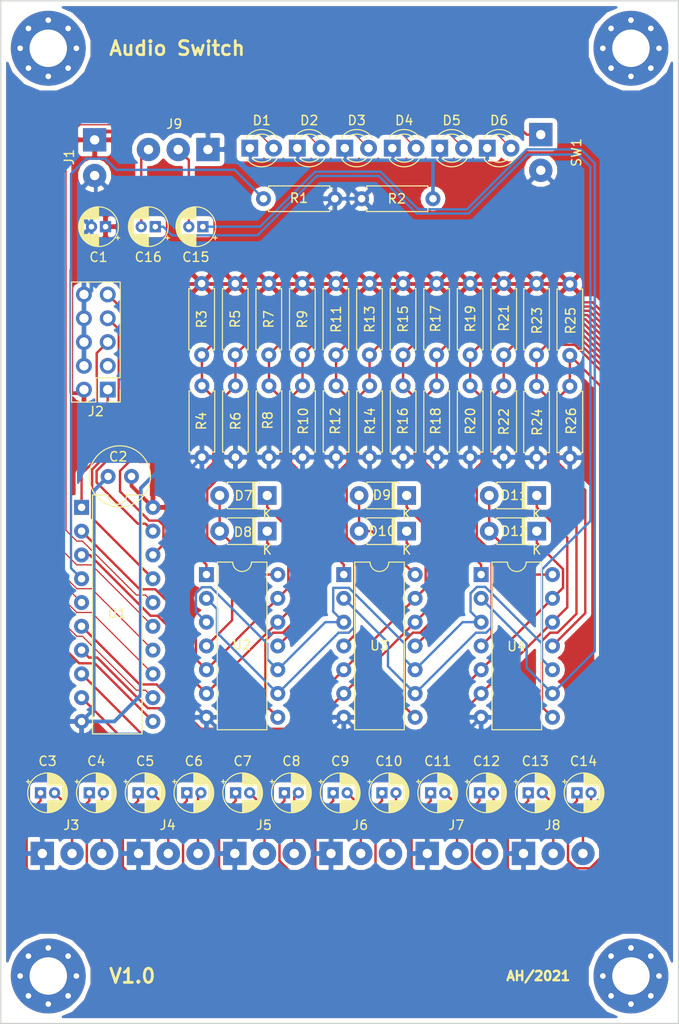
<source format=kicad_pcb>
(kicad_pcb (version 20171130) (host pcbnew 5.0.2+dfsg1-1)
  (title_block (title "Audio switch") (date 2021-07-04) (rev V1.0) (comment 1 "Antti Helminen"))
  (layers (0 F.Cu signal) (31 B.Cu signal) (34 B.Paste user) (35 F.Paste user) (36 B.SilkS user) (37 F.SilkS user) (38 B.Mask user) (39 F.Mask user) (44 Edge.Cuts user))
  (net 0 "")
  (net 1 VCC)
  (net 2 GND)
  (net 3 "Net-(C3-Pad2)")
  (net 4 "Net-(C3-Pad1)")
  (net 5 "Net-(C4-Pad1)")
  (net 6 "Net-(C4-Pad2)")
  (net 7 "Net-(C5-Pad2)")
  (net 8 "Net-(C5-Pad1)")
  (net 9 "Net-(C6-Pad1)")
  (net 10 "Net-(C6-Pad2)")
  (net 11 "Net-(C7-Pad2)")
  (net 12 "Net-(C7-Pad1)")
  (net 13 "Net-(C8-Pad1)")
  (net 14 "Net-(C8-Pad2)")
  (net 15 "Net-(C9-Pad2)")
  (net 16 "Net-(C9-Pad1)")
  (net 17 "Net-(C10-Pad1)")
  (net 18 "Net-(C10-Pad2)")
  (net 19 "Net-(C11-Pad2)")
  (net 20 "Net-(C11-Pad1)")
  (net 21 "Net-(C12-Pad1)")
  (net 22 "Net-(C12-Pad2)")
  (net 23 "Net-(C13-Pad2)")
  (net 24 R)
  (net 25 L)
  (net 26 "Net-(C14-Pad2)")
  (net 27 "Net-(D1-Pad2)")
  (net 28 "Net-(D2-Pad2)")
  (net 29 "Net-(D3-Pad2)")
  (net 30 "Net-(D4-Pad2)")
  (net 31 audio_1)
  (net 32 "Net-(D5-Pad2)")
  (net 33 audio_0)
  (net 34 audio_3)
  (net 35 "Net-(D7-Pad2)")
  (net 36 audio_2)
  (net 37 /mosi)
  (net 38 /reset)
  (net 39 /sck)
  (net 40 /miso)
  (net 41 "Net-(R1-Pad1)")
  (net 42 "Net-(SW1-Pad1)")
  (net 43 audio_4)
  (net 44 "Net-(C15-Pad2)")
  (net 45 "Net-(C16-Pad2)")
  (net 46 "Net-(D10-Pad2)")
  (net 47 audio_5)
  (net 48 "Net-(C13-Pad1)")
  (net 49 "Net-(C14-Pad1)")
  (net 50 "Net-(D1-Pad1)")
  (net 51 "Net-(D6-Pad2)")
  (net 52 "Net-(D11-Pad2)")
  (net 53 "Net-(J2-Pad3)")
  (module MountingHole:MountingHole_4mm_Pad_Via (layer F.Cu) (at 167.64 148.59)
    (fp_text reference REF** hide)
    (fp_text value MountingHole_4mm_Pad_Via)
    (pad 1 thru_hole circle (at 0 0) (size 8 8) (drill 4) (layers *.Cu *.Mask))
    (pad 1 thru_hole circle (at 3 0) (size 0.9 0.9) (drill 0.6) (layers *.Cu *.Mask))
    (pad 1 thru_hole circle (at 2.12132 2.12132) (size 0.9 0.9) (drill 0.6) (layers *.Cu *.Mask))
    (pad 1 thru_hole circle (at 0 3) (size 0.9 0.9) (drill 0.6) (layers *.Cu *.Mask))
    (pad 1 thru_hole circle (at -2.12132 2.12132) (size 0.9 0.9) (drill 0.6) (layers *.Cu *.Mask))
    (pad 1 thru_hole circle (at -3 0) (size 0.9 0.9) (drill 0.6) (layers *.Cu *.Mask))
    (pad 1 thru_hole circle (at -2.12132 -2.12132) (size 0.9 0.9) (drill 0.6) (layers *.Cu *.Mask))
    (pad 1 thru_hole circle (at 0 -3) (size 0.9 0.9) (drill 0.6) (layers *.Cu *.Mask))
    (pad 1 thru_hole circle (at 2.12132 -2.12132) (size 0.9 0.9) (drill 0.6) (layers *.Cu *.Mask))
  )
  (module MountingHole:MountingHole_4mm_Pad_Via (layer F.Cu) (at 105.41 148.59)
    (fp_text reference REF** hide)
    (fp_text value MountingHole_4mm_Pad_Via)
    (pad 1 thru_hole circle (at 0 0) (size 8 8) (drill 4) (layers *.Cu *.Mask))
    (pad 1 thru_hole circle (at 3 0) (size 0.9 0.9) (drill 0.6) (layers *.Cu *.Mask))
    (pad 1 thru_hole circle (at 2.12132 2.12132) (size 0.9 0.9) (drill 0.6) (layers *.Cu *.Mask))
    (pad 1 thru_hole circle (at 0 3) (size 0.9 0.9) (drill 0.6) (layers *.Cu *.Mask))
    (pad 1 thru_hole circle (at -2.12132 2.12132) (size 0.9 0.9) (drill 0.6) (layers *.Cu *.Mask))
    (pad 1 thru_hole circle (at -3 0) (size 0.9 0.9) (drill 0.6) (layers *.Cu *.Mask))
    (pad 1 thru_hole circle (at -2.12132 -2.12132) (size 0.9 0.9) (drill 0.6) (layers *.Cu *.Mask))
    (pad 1 thru_hole circle (at 0 -3) (size 0.9 0.9) (drill 0.6) (layers *.Cu *.Mask))
    (pad 1 thru_hole circle (at 2.12132 -2.12132) (size 0.9 0.9) (drill 0.6) (layers *.Cu *.Mask))
  )
  (module MountingHole:MountingHole_4mm_Pad_Via (layer F.Cu) (at 105.41 49.53)
    (fp_text reference REF** hide)
    (fp_text value MountingHole_4mm_Pad_Via)
    (pad 1 thru_hole circle (at 0 0) (size 8 8) (drill 4) (layers *.Cu *.Mask))
    (pad 1 thru_hole circle (at 3 0) (size 0.9 0.9) (drill 0.6) (layers *.Cu *.Mask))
    (pad 1 thru_hole circle (at 2.12132 2.12132) (size 0.9 0.9) (drill 0.6) (layers *.Cu *.Mask))
    (pad 1 thru_hole circle (at 0 3) (size 0.9 0.9) (drill 0.6) (layers *.Cu *.Mask))
    (pad 1 thru_hole circle (at -2.12132 2.12132) (size 0.9 0.9) (drill 0.6) (layers *.Cu *.Mask))
    (pad 1 thru_hole circle (at -3 0) (size 0.9 0.9) (drill 0.6) (layers *.Cu *.Mask))
    (pad 1 thru_hole circle (at -2.12132 -2.12132) (size 0.9 0.9) (drill 0.6) (layers *.Cu *.Mask))
    (pad 1 thru_hole circle (at 0 -3) (size 0.9 0.9) (drill 0.6) (layers *.Cu *.Mask))
    (pad 1 thru_hole circle (at 2.12132 -2.12132) (size 0.9 0.9) (drill 0.6) (layers *.Cu *.Mask))
  )
  (module Diode_THT:D_T-1_P5.08mm_Horizontal (layer F.Cu) (at 128.79216 97.279665 180)
    (fp_text reference D7 (at 2.5146 -0.0254 180) (layer F.SilkS))
    (fp_text value DIODE)
    (fp_text user K (at 0 -2 180) (layer F.SilkS))
    (pad 1 thru_hole rect (at 0 0 180) (size 2 2) (drill 1) (layers *.Cu *.Mask) (net 31 audio_1))
    (pad 2 thru_hole oval (at 5.08 0 180) (size 2 2) (drill 1) (layers *.Cu *.Mask) (net 35 "Net-(D7-Pad2)"))
  )
  (module Capacitor_THT:CP_Radial_D4.0mm_P1.50mm (layer F.Cu) (at 109.793181 129.032)
    (fp_text reference C4 (at 0.75 -3.38074) (layer F.SilkS))
    (fp_text value 10uF)
    (pad 1 thru_hole rect (at 0 0) (size 1.2 1.2) (drill 0.6) (layers *.Cu *.Mask) (net 5 "Net-(C4-Pad1)"))
    (pad 2 thru_hole circle (at 1.5 0) (size 1.2 1.2) (drill 0.6) (layers *.Cu *.Mask) (net 6 "Net-(C4-Pad2)"))
  )
  (module Capacitor_THT:C_Radial_D6.3mm_H7.0mm_P2.50mm (layer F.Cu) (at 114.3 95.25 180)
    (fp_text reference C2 (at 1.4224 2.1082 180) (layer F.SilkS))
    (fp_text value 100nF)
    (pad 2 thru_hole circle (at 2.5 0 180) (size 1.6 1.6) (drill 0.8) (layers *.Cu *.Mask) (net 2 GND))
    (pad 1 thru_hole circle (at 0 0 180) (size 1.6 1.6) (drill 0.8) (layers *.Cu *.Mask) (net 1 VCC))
  )
  (module Capacitor_THT:CP_Radial_D4.0mm_P1.50mm (layer F.Cu) (at 111.525208 68.58 180)
    (fp_text reference C1 (at 0.75 -3.25 180) (layer F.SilkS))
    (fp_text value 10uF)
    (pad 1 thru_hole rect (at 0 0 180) (size 1.2 1.2) (drill 0.6) (layers *.Cu *.Mask) (net 1 VCC))
    (pad 2 thru_hole circle (at 1.5 0 180) (size 1.2 1.2) (drill 0.6) (layers *.Cu *.Mask) (net 2 GND))
  )
  (module Capacitor_THT:CP_Radial_D4.0mm_P1.50mm (layer F.Cu) (at 104.5845 129.032)
    (fp_text reference C3 (at 0.75 -3.38074) (layer F.SilkS))
    (fp_text value 10uF)
    (pad 2 thru_hole circle (at 1.5 0) (size 1.2 1.2) (drill 0.6) (layers *.Cu *.Mask) (net 3 "Net-(C3-Pad2)"))
    (pad 1 thru_hole rect (at 0 0) (size 1.2 1.2) (drill 0.6) (layers *.Cu *.Mask) (net 4 "Net-(C3-Pad1)"))
  )
  (module Capacitor_THT:CP_Radial_D4.0mm_P1.50mm (layer F.Cu) (at 115.001862 129.032)
    (fp_text reference C5 (at 0.75 -3.38074) (layer F.SilkS))
    (fp_text value 10uF)
    (pad 2 thru_hole circle (at 1.5 0) (size 1.2 1.2) (drill 0.6) (layers *.Cu *.Mask) (net 7 "Net-(C5-Pad2)"))
    (pad 1 thru_hole rect (at 0 0) (size 1.2 1.2) (drill 0.6) (layers *.Cu *.Mask) (net 8 "Net-(C5-Pad1)"))
  )
  (module Capacitor_THT:CP_Radial_D4.0mm_P1.50mm (layer F.Cu) (at 120.210543 129.032)
    (fp_text reference C6 (at 0.75 -3.38074) (layer F.SilkS))
    (fp_text value 10uF)
    (pad 1 thru_hole rect (at 0 0) (size 1.2 1.2) (drill 0.6) (layers *.Cu *.Mask) (net 9 "Net-(C6-Pad1)"))
    (pad 2 thru_hole circle (at 1.5 0) (size 1.2 1.2) (drill 0.6) (layers *.Cu *.Mask) (net 10 "Net-(C6-Pad2)"))
  )
  (module Capacitor_THT:CP_Radial_D4.0mm_P1.50mm (layer F.Cu) (at 125.419224 129.032)
    (fp_text reference C7 (at 0.75 -3.38074) (layer F.SilkS))
    (fp_text value 10uF)
    (pad 2 thru_hole circle (at 1.5 0) (size 1.2 1.2) (drill 0.6) (layers *.Cu *.Mask) (net 11 "Net-(C7-Pad2)"))
    (pad 1 thru_hole rect (at 0 0) (size 1.2 1.2) (drill 0.6) (layers *.Cu *.Mask) (net 12 "Net-(C7-Pad1)"))
  )
  (module Capacitor_THT:CP_Radial_D4.0mm_P1.50mm (layer F.Cu) (at 130.627905 129.032)
    (fp_text reference C8 (at 0.75 -3.38074) (layer F.SilkS))
    (fp_text value 10uF)
    (pad 1 thru_hole rect (at 0 0) (size 1.2 1.2) (drill 0.6) (layers *.Cu *.Mask) (net 13 "Net-(C8-Pad1)"))
    (pad 2 thru_hole circle (at 1.5 0) (size 1.2 1.2) (drill 0.6) (layers *.Cu *.Mask) (net 14 "Net-(C8-Pad2)"))
  )
  (module Capacitor_THT:CP_Radial_D4.0mm_P1.50mm (layer F.Cu) (at 135.836586 129.032)
    (fp_text reference C9 (at 0.75 -3.38074) (layer F.SilkS))
    (fp_text value 10uF)
    (pad 2 thru_hole circle (at 1.5 0) (size 1.2 1.2) (drill 0.6) (layers *.Cu *.Mask) (net 15 "Net-(C9-Pad2)"))
    (pad 1 thru_hole rect (at 0 0) (size 1.2 1.2) (drill 0.6) (layers *.Cu *.Mask) (net 16 "Net-(C9-Pad1)"))
  )
  (module Capacitor_THT:CP_Radial_D4.0mm_P1.50mm (layer F.Cu) (at 141.045267 129.032)
    (fp_text reference C10 (at 0.75 -3.38074) (layer F.SilkS))
    (fp_text value 10uF)
    (pad 1 thru_hole rect (at 0 0) (size 1.2 1.2) (drill 0.6) (layers *.Cu *.Mask) (net 17 "Net-(C10-Pad1)"))
    (pad 2 thru_hole circle (at 1.5 0) (size 1.2 1.2) (drill 0.6) (layers *.Cu *.Mask) (net 18 "Net-(C10-Pad2)"))
  )
  (module Capacitor_THT:CP_Radial_D4.0mm_P1.50mm (layer F.Cu) (at 146.253948 129.032)
    (fp_text reference C11 (at 0.75 -3.38074) (layer F.SilkS))
    (fp_text value 10uF)
    (pad 2 thru_hole circle (at 1.5 0) (size 1.2 1.2) (drill 0.6) (layers *.Cu *.Mask) (net 19 "Net-(C11-Pad2)"))
    (pad 1 thru_hole rect (at 0 0) (size 1.2 1.2) (drill 0.6) (layers *.Cu *.Mask) (net 20 "Net-(C11-Pad1)"))
  )
  (module Capacitor_THT:CP_Radial_D4.0mm_P1.50mm (layer F.Cu) (at 151.462629 129.032)
    (fp_text reference C12 (at 0.75 -3.38074) (layer F.SilkS))
    (fp_text value 10uF)
    (pad 1 thru_hole rect (at 0 0) (size 1.2 1.2) (drill 0.6) (layers *.Cu *.Mask) (net 21 "Net-(C12-Pad1)"))
    (pad 2 thru_hole circle (at 1.5 0) (size 1.2 1.2) (drill 0.6) (layers *.Cu *.Mask) (net 22 "Net-(C12-Pad2)"))
  )
  (module Capacitor_THT:CP_Radial_D4.0mm_P1.50mm (layer F.Cu) (at 121.92 68.58 180)
    (fp_text reference C15 (at 0.75 -3.25 180) (layer F.SilkS))
    (fp_text value 10uF)
    (pad 2 thru_hole circle (at 1.5 0 180) (size 1.2 1.2) (drill 0.6) (layers *.Cu *.Mask) (net 44 "Net-(C15-Pad2)"))
    (pad 1 thru_hole rect (at 0 0 180) (size 1.2 1.2) (drill 0.6) (layers *.Cu *.Mask) (net 24 R))
  )
  (module Capacitor_THT:CP_Radial_D4.0mm_P1.50mm (layer F.Cu) (at 116.84 68.58 180)
    (fp_text reference C16 (at 0.75 -3.25 180) (layer F.SilkS))
    (fp_text value 10uF)
    (pad 1 thru_hole rect (at 0 0 180) (size 1.2 1.2) (drill 0.6) (layers *.Cu *.Mask) (net 25 L))
    (pad 2 thru_hole circle (at 1.5 0 180) (size 1.2 1.2) (drill 0.6) (layers *.Cu *.Mask) (net 45 "Net-(C16-Pad2)"))
  )
  (module LED_THT:LED_D3.0mm (layer F.Cu) (at 132.007864 60.19546)
    (fp_text reference D2 (at 1.27 -2.96) (layer F.SilkS))
    (fp_text value LED)
    (pad 1 thru_hole rect (at 0 0) (size 1.8 1.8) (drill 0.9) (layers *.Cu *.Mask) (net 50 "Net-(D1-Pad1)"))
    (pad 2 thru_hole circle (at 2.54 0) (size 1.8 1.8) (drill 0.9) (layers *.Cu *.Mask) (net 28 "Net-(D2-Pad2)"))
  )
  (module LED_THT:LED_D3.0mm (layer F.Cu) (at 137.079228 60.19546)
    (fp_text reference D3 (at 1.27 -2.96) (layer F.SilkS))
    (fp_text value LED)
    (pad 1 thru_hole rect (at 0 0) (size 1.8 1.8) (drill 0.9) (layers *.Cu *.Mask) (net 50 "Net-(D1-Pad1)"))
    (pad 2 thru_hole circle (at 2.54 0) (size 1.8 1.8) (drill 0.9) (layers *.Cu *.Mask) (net 29 "Net-(D3-Pad2)"))
  )
  (module LED_THT:LED_D3.0mm (layer F.Cu) (at 142.150592 60.19546)
    (fp_text reference D4 (at 1.27 -2.96) (layer F.SilkS))
    (fp_text value LED)
    (pad 2 thru_hole circle (at 2.54 0) (size 1.8 1.8) (drill 0.9) (layers *.Cu *.Mask) (net 30 "Net-(D4-Pad2)"))
    (pad 1 thru_hole rect (at 0 0) (size 1.8 1.8) (drill 0.9) (layers *.Cu *.Mask) (net 50 "Net-(D1-Pad1)"))
  )
  (module LED_THT:LED_D3.0mm (layer F.Cu) (at 147.221956 60.19546)
    (fp_text reference D5 (at 1.27 -2.96) (layer F.SilkS))
    (fp_text value LED)
    (pad 1 thru_hole rect (at 0 0) (size 1.8 1.8) (drill 0.9) (layers *.Cu *.Mask) (net 50 "Net-(D1-Pad1)"))
    (pad 2 thru_hole circle (at 2.54 0) (size 1.8 1.8) (drill 0.9) (layers *.Cu *.Mask) (net 32 "Net-(D5-Pad2)"))
  )
  (module Diode_THT:D_T-1_P5.08mm_Horizontal (layer F.Cu) (at 128.79216 101.092 180)
    (fp_text reference D8 (at 2.5908 -0.1016 180) (layer F.SilkS))
    (fp_text value DIODE)
    (fp_text user K (at 0 -2 180) (layer F.SilkS))
    (pad 2 thru_hole oval (at 5.08 0 180) (size 2 2) (drill 1) (layers *.Cu *.Mask) (net 35 "Net-(D7-Pad2)"))
    (pad 1 thru_hole rect (at 0 0 180) (size 2 2) (drill 1) (layers *.Cu *.Mask) (net 33 audio_0))
  )
  (module Connector_Wire:SolderWirePad_1x03_P3.175mm_Drill1mm (layer F.Cu) (at 104.775 135.509)
    (fp_text reference J3 (at 3.10388 -3.02514) (layer F.SilkS))
    (fp_text value AudioJack3 hide)
    (pad S thru_hole rect (at 0 0) (size 2.49936 2.49936) (drill 1.00076) (layers *.Cu *.Mask) (net 2 GND))
    (pad R thru_hole circle (at 3.175 0) (size 2.49936 2.49936) (drill 1.00076) (layers *.Cu *.Mask) (net 3 "Net-(C3-Pad2)"))
    (pad T thru_hole circle (at 6.35 0) (size 2.49936 2.49936) (drill 1.00076) (layers *.Cu *.Mask) (net 6 "Net-(C4-Pad2)"))
  )
  (module Connector_Wire:SolderWirePad_1x03_P3.175mm_Drill1mm (layer F.Cu) (at 115.053 135.509)
    (fp_text reference J4 (at 3.10388 -3.02514) (layer F.SilkS))
    (fp_text value AudioJack3 hide)
    (pad T thru_hole circle (at 6.35 0) (size 2.49936 2.49936) (drill 1.00076) (layers *.Cu *.Mask) (net 10 "Net-(C6-Pad2)"))
    (pad R thru_hole circle (at 3.175 0) (size 2.49936 2.49936) (drill 1.00076) (layers *.Cu *.Mask) (net 7 "Net-(C5-Pad2)"))
    (pad S thru_hole rect (at 0 0) (size 2.49936 2.49936) (drill 1.00076) (layers *.Cu *.Mask) (net 2 GND))
  )
  (module Connector_Wire:SolderWirePad_1x03_P3.175mm_Drill1mm (layer F.Cu) (at 125.331 135.509)
    (fp_text reference J5 (at 3.10388 -3.02514) (layer F.SilkS))
    (fp_text value AudioJack3 hide)
    (pad S thru_hole rect (at 0 0) (size 2.49936 2.49936) (drill 1.00076) (layers *.Cu *.Mask) (net 2 GND))
    (pad R thru_hole circle (at 3.175 0) (size 2.49936 2.49936) (drill 1.00076) (layers *.Cu *.Mask) (net 11 "Net-(C7-Pad2)"))
    (pad T thru_hole circle (at 6.35 0) (size 2.49936 2.49936) (drill 1.00076) (layers *.Cu *.Mask) (net 14 "Net-(C8-Pad2)"))
  )
  (module Connector_Wire:SolderWirePad_1x03_P3.175mm_Drill1mm (layer F.Cu) (at 135.609 135.509)
    (fp_text reference J6 (at 3.10388 -3.02514) (layer F.SilkS))
    (fp_text value AudioJack3 hide)
    (pad T thru_hole circle (at 6.35 0) (size 2.49936 2.49936) (drill 1.00076) (layers *.Cu *.Mask) (net 18 "Net-(C10-Pad2)"))
    (pad R thru_hole circle (at 3.175 0) (size 2.49936 2.49936) (drill 1.00076) (layers *.Cu *.Mask) (net 15 "Net-(C9-Pad2)"))
    (pad S thru_hole rect (at 0 0) (size 2.49936 2.49936) (drill 1.00076) (layers *.Cu *.Mask) (net 2 GND))
  )
  (module Connector_Wire:SolderWirePad_1x03_P3.175mm_Drill1mm (layer F.Cu) (at 122.462894 60.339796 180)
    (fp_text reference J9 (at 3.595974 2.722436 180) (layer F.SilkS))
    (fp_text value AudioJack3)
    (pad T thru_hole circle (at 6.35 0 180) (size 2.49936 2.49936) (drill 1.00076) (layers *.Cu *.Mask) (net 45 "Net-(C16-Pad2)"))
    (pad R thru_hole circle (at 3.175 0 180) (size 2.49936 2.49936) (drill 1.00076) (layers *.Cu *.Mask) (net 44 "Net-(C15-Pad2)"))
    (pad S thru_hole rect (at 0 0 180) (size 2.49936 2.49936) (drill 1.00076) (layers *.Cu *.Mask) (net 2 GND))
  )
  (module Resistor_THT:R_Axial_DIN0207_L6.3mm_D2.5mm_P7.62mm_Horizontal (layer F.Cu) (at 128.397 65.5955)
    (fp_text reference R1 (at 3.785799 -0.061485) (layer F.SilkS))
    (fp_text value 47K)
    (pad 2 thru_hole oval (at 7.62 0) (size 1.6 1.6) (drill 0.8) (layers *.Cu *.Mask) (net 2 GND))
    (pad 1 thru_hole circle (at 0 0) (size 1.6 1.6) (drill 0.8) (layers *.Cu *.Mask) (net 41 "Net-(R1-Pad1)"))
  )
  (module Resistor_THT:R_Axial_DIN0207_L6.3mm_D2.5mm_P7.62mm_Horizontal (layer F.Cu) (at 138.8745 65.5955)
    (fp_text reference R2 (at 3.7592 0) (layer F.SilkS))
    (fp_text value 270R)
    (pad 1 thru_hole circle (at 0 0) (size 1.6 1.6) (drill 0.8) (layers *.Cu *.Mask) (net 2 GND))
    (pad 2 thru_hole oval (at 7.62 0) (size 1.6 1.6) (drill 0.8) (layers *.Cu *.Mask) (net 50 "Net-(D1-Pad1)"))
  )
  (module Resistor_THT:R_Axial_DIN0207_L6.3mm_D2.5mm_P7.62mm_Horizontal (layer F.Cu) (at 121.793 74.647983 270)
    (fp_text reference R3 (at 3.81 0 270) (layer F.SilkS))
    (fp_text value 47K)
    (pad 2 thru_hole oval (at 7.62 0 270) (size 1.6 1.6) (drill 0.8) (layers *.Cu *.Mask) (net 4 "Net-(C3-Pad1)"))
    (pad 1 thru_hole circle (at 0 0 270) (size 1.6 1.6) (drill 0.8) (layers *.Cu *.Mask) (net 1 VCC))
  )
  (module Resistor_THT:R_Axial_DIN0207_L6.3mm_D2.5mm_P7.62mm_Horizontal (layer F.Cu) (at 121.8184 85.569983 270)
    (fp_text reference R4 (at 3.7592 0.0508 270) (layer F.SilkS))
    (fp_text value 47K)
    (pad 1 thru_hole circle (at 0 0 270) (size 1.6 1.6) (drill 0.8) (layers *.Cu *.Mask) (net 4 "Net-(C3-Pad1)"))
    (pad 2 thru_hole oval (at 7.62 0 270) (size 1.6 1.6) (drill 0.8) (layers *.Cu *.Mask) (net 2 GND))
  )
  (module Resistor_THT:R_Axial_DIN0207_L6.3mm_D2.5mm_P7.62mm_Horizontal (layer F.Cu) (at 125.377222 74.647983 270)
    (fp_text reference R5 (at 3.7846 0 270) (layer F.SilkS))
    (fp_text value 47K)
    (pad 2 thru_hole oval (at 7.62 0 270) (size 1.6 1.6) (drill 0.8) (layers *.Cu *.Mask) (net 5 "Net-(C4-Pad1)"))
    (pad 1 thru_hole circle (at 0 0 270) (size 1.6 1.6) (drill 0.8) (layers *.Cu *.Mask) (net 1 VCC))
  )
  (module Resistor_THT:R_Axial_DIN0207_L6.3mm_D2.5mm_P7.62mm_Horizontal (layer F.Cu) (at 125.3998 85.569983 270)
    (fp_text reference R6 (at 3.7592 -0.0254 270) (layer F.SilkS))
    (fp_text value 47K)
    (pad 1 thru_hole circle (at 0 0 270) (size 1.6 1.6) (drill 0.8) (layers *.Cu *.Mask) (net 5 "Net-(C4-Pad1)"))
    (pad 2 thru_hole oval (at 7.62 0 270) (size 1.6 1.6) (drill 0.8) (layers *.Cu *.Mask) (net 2 GND))
  )
  (module Resistor_THT:R_Axial_DIN0207_L6.3mm_D2.5mm_P7.62mm_Horizontal (layer F.Cu) (at 128.961444 74.647983 270)
    (fp_text reference R7 (at 3.81 0 270) (layer F.SilkS))
    (fp_text value 47K)
    (pad 2 thru_hole oval (at 7.62 0 270) (size 1.6 1.6) (drill 0.8) (layers *.Cu *.Mask) (net 8 "Net-(C5-Pad1)"))
    (pad 1 thru_hole circle (at 0 0 270) (size 1.6 1.6) (drill 0.8) (layers *.Cu *.Mask) (net 1 VCC))
  )
  (module Resistor_THT:R_Axial_DIN0207_L6.3mm_D2.5mm_P7.62mm_Horizontal (layer F.Cu) (at 128.9812 85.569983 270)
    (fp_text reference R8 (at 3.683 0.127 270) (layer F.SilkS))
    (fp_text value 47K)
    (pad 1 thru_hole circle (at 0 0 270) (size 1.6 1.6) (drill 0.8) (layers *.Cu *.Mask) (net 8 "Net-(C5-Pad1)"))
    (pad 2 thru_hole oval (at 7.62 0 270) (size 1.6 1.6) (drill 0.8) (layers *.Cu *.Mask) (net 2 GND))
  )
  (module Resistor_THT:R_Axial_DIN0207_L6.3mm_D2.5mm_P7.62mm_Horizontal (layer F.Cu) (at 132.545666 74.647983 270)
    (fp_text reference R9 (at 3.81 0 270) (layer F.SilkS))
    (fp_text value 47K)
    (pad 1 thru_hole circle (at 0 0 270) (size 1.6 1.6) (drill 0.8) (layers *.Cu *.Mask) (net 1 VCC))
    (pad 2 thru_hole oval (at 7.62 0 270) (size 1.6 1.6) (drill 0.8) (layers *.Cu *.Mask) (net 9 "Net-(C6-Pad1)"))
  )
  (module Resistor_THT:R_Axial_DIN0207_L6.3mm_D2.5mm_P7.62mm_Horizontal (layer F.Cu) (at 132.5626 85.569983 270)
    (fp_text reference R10 (at 3.7592 -0.0762 270) (layer F.SilkS))
    (fp_text value 47K)
    (pad 2 thru_hole oval (at 7.62 0 270) (size 1.6 1.6) (drill 0.8) (layers *.Cu *.Mask) (net 2 GND))
    (pad 1 thru_hole circle (at 0 0 270) (size 1.6 1.6) (drill 0.8) (layers *.Cu *.Mask) (net 9 "Net-(C6-Pad1)"))
  )
  (module Resistor_THT:R_Axial_DIN0207_L6.3mm_D2.5mm_P7.62mm_Horizontal (layer F.Cu) (at 136.129888 74.647983 270)
    (fp_text reference R11 (at 3.81 -0.0254 270) (layer F.SilkS))
    (fp_text value 47K)
    (pad 1 thru_hole circle (at 0 0 270) (size 1.6 1.6) (drill 0.8) (layers *.Cu *.Mask) (net 1 VCC))
    (pad 2 thru_hole oval (at 7.62 0 270) (size 1.6 1.6) (drill 0.8) (layers *.Cu *.Mask) (net 12 "Net-(C7-Pad1)"))
  )
  (module Resistor_THT:R_Axial_DIN0207_L6.3mm_D2.5mm_P7.62mm_Horizontal (layer F.Cu) (at 136.144 85.569983 270)
    (fp_text reference R12 (at 3.7592 0.0762 270) (layer F.SilkS))
    (fp_text value 47K)
    (pad 1 thru_hole circle (at 0 0 270) (size 1.6 1.6) (drill 0.8) (layers *.Cu *.Mask) (net 12 "Net-(C7-Pad1)"))
    (pad 2 thru_hole oval (at 7.62 0 270) (size 1.6 1.6) (drill 0.8) (layers *.Cu *.Mask) (net 2 GND))
  )
  (module Resistor_THT:R_Axial_DIN0207_L6.3mm_D2.5mm_P7.62mm_Horizontal (layer F.Cu) (at 139.71411 74.647983 270)
    (fp_text reference R13 (at 3.81 -0.0254 270) (layer F.SilkS))
    (fp_text value 47K)
    (pad 1 thru_hole circle (at 0 0 270) (size 1.6 1.6) (drill 0.8) (layers *.Cu *.Mask) (net 1 VCC))
    (pad 2 thru_hole oval (at 7.62 0 270) (size 1.6 1.6) (drill 0.8) (layers *.Cu *.Mask) (net 13 "Net-(C8-Pad1)"))
  )
  (module Resistor_THT:R_Axial_DIN0207_L6.3mm_D2.5mm_P7.62mm_Horizontal (layer F.Cu) (at 139.7254 85.569983 270)
    (fp_text reference R14 (at 3.7592 -0.0508 270) (layer F.SilkS))
    (fp_text value 47K)
    (pad 2 thru_hole oval (at 7.62 0 270) (size 1.6 1.6) (drill 0.8) (layers *.Cu *.Mask) (net 2 GND))
    (pad 1 thru_hole circle (at 0 0 270) (size 1.6 1.6) (drill 0.8) (layers *.Cu *.Mask) (net 13 "Net-(C8-Pad1)"))
  )
  (module Resistor_THT:R_Axial_DIN0207_L6.3mm_D2.5mm_P7.62mm_Horizontal (layer F.Cu) (at 143.298332 74.647983 270)
    (fp_text reference R15 (at 3.7846 0 270) (layer F.SilkS))
    (fp_text value 47K)
    (pad 2 thru_hole oval (at 7.62 0 270) (size 1.6 1.6) (drill 0.8) (layers *.Cu *.Mask) (net 16 "Net-(C9-Pad1)"))
    (pad 1 thru_hole circle (at 0 0 270) (size 1.6 1.6) (drill 0.8) (layers *.Cu *.Mask) (net 1 VCC))
  )
  (module Resistor_THT:R_Axial_DIN0207_L6.3mm_D2.5mm_P7.62mm_Horizontal (layer F.Cu) (at 143.3068 85.569983 270)
    (fp_text reference R16 (at 3.7592 0.0254 270) (layer F.SilkS))
    (fp_text value 47K)
    (pad 1 thru_hole circle (at 0 0 270) (size 1.6 1.6) (drill 0.8) (layers *.Cu *.Mask) (net 16 "Net-(C9-Pad1)"))
    (pad 2 thru_hole oval (at 7.62 0 270) (size 1.6 1.6) (drill 0.8) (layers *.Cu *.Mask) (net 2 GND))
  )
  (module Resistor_THT:R_Axial_DIN0207_L6.3mm_D2.5mm_P7.62mm_Horizontal (layer F.Cu) (at 146.882554 74.647983 270)
    (fp_text reference R17 (at 3.7592 0.1016 270) (layer F.SilkS))
    (fp_text value 47K)
    (pad 2 thru_hole oval (at 7.62 0 270) (size 1.6 1.6) (drill 0.8) (layers *.Cu *.Mask) (net 17 "Net-(C10-Pad1)"))
    (pad 1 thru_hole circle (at 0 0 270) (size 1.6 1.6) (drill 0.8) (layers *.Cu *.Mask) (net 1 VCC))
  )
  (module Resistor_THT:R_Axial_DIN0207_L6.3mm_D2.5mm_P7.62mm_Horizontal (layer F.Cu) (at 146.8882 85.569983 270)
    (fp_text reference R18 (at 3.7592 0.1016 270) (layer F.SilkS))
    (fp_text value 47K)
    (pad 2 thru_hole oval (at 7.62 0 270) (size 1.6 1.6) (drill 0.8) (layers *.Cu *.Mask) (net 2 GND))
    (pad 1 thru_hole circle (at 0 0 270) (size 1.6 1.6) (drill 0.8) (layers *.Cu *.Mask) (net 17 "Net-(C10-Pad1)"))
  )
  (module Resistor_THT:R_Axial_DIN0207_L6.3mm_D2.5mm_P7.62mm_Horizontal (layer F.Cu) (at 150.466776 74.647983 270)
    (fp_text reference R19 (at 3.7592 -0.0254 270) (layer F.SilkS))
    (fp_text value 47K)
    (pad 2 thru_hole oval (at 7.62 0 270) (size 1.6 1.6) (drill 0.8) (layers *.Cu *.Mask) (net 20 "Net-(C11-Pad1)"))
    (pad 1 thru_hole circle (at 0 0 270) (size 1.6 1.6) (drill 0.8) (layers *.Cu *.Mask) (net 1 VCC))
  )
  (module Resistor_THT:R_Axial_DIN0207_L6.3mm_D2.5mm_P7.62mm_Horizontal (layer F.Cu) (at 150.4696 85.569983 270)
    (fp_text reference R20 (at 3.7592 -0.0254 270) (layer F.SilkS))
    (fp_text value 47K)
    (pad 2 thru_hole oval (at 7.62 0 270) (size 1.6 1.6) (drill 0.8) (layers *.Cu *.Mask) (net 2 GND))
    (pad 1 thru_hole circle (at 0 0 270) (size 1.6 1.6) (drill 0.8) (layers *.Cu *.Mask) (net 20 "Net-(C11-Pad1)"))
  )
  (module Resistor_THT:R_Axial_DIN0207_L6.3mm_D2.5mm_P7.62mm_Horizontal (layer F.Cu) (at 154.051 74.647983 270)
    (fp_text reference R21 (at 3.683 -0.0254 270) (layer F.SilkS))
    (fp_text value 47K)
    (pad 1 thru_hole circle (at 0 0 270) (size 1.6 1.6) (drill 0.8) (layers *.Cu *.Mask) (net 1 VCC))
    (pad 2 thru_hole oval (at 7.62 0 270) (size 1.6 1.6) (drill 0.8) (layers *.Cu *.Mask) (net 21 "Net-(C12-Pad1)"))
  )
  (module Resistor_THT:R_Axial_DIN0207_L6.3mm_D2.5mm_P7.62mm_Horizontal (layer F.Cu) (at 154.051 85.569983 270)
    (fp_text reference R22 (at 3.8354 -0.0254 270) (layer F.SilkS))
    (fp_text value 47K)
    (pad 2 thru_hole oval (at 7.62 0 270) (size 1.6 1.6) (drill 0.8) (layers *.Cu *.Mask) (net 2 GND))
    (pad 1 thru_hole circle (at 0 0 270) (size 1.6 1.6) (drill 0.8) (layers *.Cu *.Mask) (net 21 "Net-(C12-Pad1)"))
  )
  (module Package_DIP:DIP-20_W7.62mm (layer F.Cu) (at 108.966 98.552)
    (fp_text reference U1 (at 3.7846 11.3284) (layer F.SilkS))
    (fp_text value ATtiny2313A-PU)
    (pad 1 thru_hole rect (at 0 0) (size 1.6 1.6) (drill 0.8) (layers *.Cu *.Mask) (net 38 /reset))
    (pad 11 thru_hole oval (at 7.62 22.86) (size 1.6 1.6) (drill 0.8) (layers *.Cu *.Mask) (net 42 "Net-(SW1-Pad1)"))
    (pad 2 thru_hole oval (at 0 2.54) (size 1.6 1.6) (drill 0.8) (layers *.Cu *.Mask) (net 33 audio_0))
    (pad 12 thru_hole oval (at 7.62 20.32) (size 1.6 1.6) (drill 0.8) (layers *.Cu *.Mask) (net 51 "Net-(D6-Pad2)"))
    (pad 3 thru_hole oval (at 0 5.08) (size 1.6 1.6) (drill 0.8) (layers *.Cu *.Mask) (net 31 audio_1))
    (pad 13 thru_hole oval (at 7.62 17.78) (size 1.6 1.6) (drill 0.8) (layers *.Cu *.Mask) (net 32 "Net-(D5-Pad2)"))
    (pad 4 thru_hole oval (at 0 7.62) (size 1.6 1.6) (drill 0.8) (layers *.Cu *.Mask) (net 41 "Net-(R1-Pad1)"))
    (pad 14 thru_hole oval (at 7.62 15.24) (size 1.6 1.6) (drill 0.8) (layers *.Cu *.Mask) (net 29 "Net-(D3-Pad2)"))
    (pad 5 thru_hole oval (at 0 10.16) (size 1.6 1.6) (drill 0.8) (layers *.Cu *.Mask) (net 30 "Net-(D4-Pad2)"))
    (pad 15 thru_hole oval (at 7.62 12.7) (size 1.6 1.6) (drill 0.8) (layers *.Cu *.Mask) (net 28 "Net-(D2-Pad2)"))
    (pad 6 thru_hole oval (at 0 12.7) (size 1.6 1.6) (drill 0.8) (layers *.Cu *.Mask) (net 36 audio_2))
    (pad 16 thru_hole oval (at 7.62 10.16) (size 1.6 1.6) (drill 0.8) (layers *.Cu *.Mask) (net 27 "Net-(D1-Pad2)"))
    (pad 7 thru_hole oval (at 0 15.24) (size 1.6 1.6) (drill 0.8) (layers *.Cu *.Mask) (net 34 audio_3))
    (pad 17 thru_hole oval (at 7.62 7.62) (size 1.6 1.6) (drill 0.8) (layers *.Cu *.Mask) (net 37 /mosi))
    (pad 8 thru_hole oval (at 0 17.78) (size 1.6 1.6) (drill 0.8) (layers *.Cu *.Mask) (net 43 audio_4))
    (pad 18 thru_hole oval (at 7.62 5.08) (size 1.6 1.6) (drill 0.8) (layers *.Cu *.Mask) (net 40 /miso))
    (pad 9 thru_hole oval (at 0 20.32) (size 1.6 1.6) (drill 0.8) (layers *.Cu *.Mask) (net 47 audio_5))
    (pad 19 thru_hole oval (at 7.62 2.54) (size 1.6 1.6) (drill 0.8) (layers *.Cu *.Mask) (net 39 /sck))
    (pad 10 thru_hole oval (at 0 22.86) (size 1.6 1.6) (drill 0.8) (layers *.Cu *.Mask) (net 2 GND))
    (pad 20 thru_hole oval (at 7.62 0) (size 1.6 1.6) (drill 0.8) (layers *.Cu *.Mask) (net 1 VCC))
  )
  (module Package_DIP:DIP-14_W7.62mm (layer F.Cu) (at 122.301 105.7275)
    (fp_text reference U2 (at 3.7592 7.5184) (layer F.SilkS))
    (fp_text value 4066)
    (pad 1 thru_hole rect (at 0 0) (size 1.6 1.6) (drill 0.8) (layers *.Cu *.Mask) (net 4 "Net-(C3-Pad1)"))
    (pad 8 thru_hole oval (at 7.62 15.24) (size 1.6 1.6) (drill 0.8) (layers *.Cu *.Mask) (net 8 "Net-(C5-Pad1)"))
    (pad 2 thru_hole oval (at 0 2.54) (size 1.6 1.6) (drill 0.8) (layers *.Cu *.Mask) (net 24 R))
    (pad 9 thru_hole oval (at 7.62 12.7) (size 1.6 1.6) (drill 0.8) (layers *.Cu *.Mask) (net 24 R))
    (pad 3 thru_hole oval (at 0 5.08) (size 1.6 1.6) (drill 0.8) (layers *.Cu *.Mask) (net 25 L))
    (pad 10 thru_hole oval (at 7.62 10.16) (size 1.6 1.6) (drill 0.8) (layers *.Cu *.Mask) (net 25 L))
    (pad 4 thru_hole oval (at 0 7.62) (size 1.6 1.6) (drill 0.8) (layers *.Cu *.Mask) (net 5 "Net-(C4-Pad1)"))
    (pad 11 thru_hole oval (at 7.62 7.62) (size 1.6 1.6) (drill 0.8) (layers *.Cu *.Mask) (net 9 "Net-(C6-Pad1)"))
    (pad 5 thru_hole oval (at 0 10.16) (size 1.6 1.6) (drill 0.8) (layers *.Cu *.Mask) (net 33 audio_0))
    (pad 12 thru_hole oval (at 7.62 5.08) (size 1.6 1.6) (drill 0.8) (layers *.Cu *.Mask) (net 31 audio_1))
    (pad 6 thru_hole oval (at 0 12.7) (size 1.6 1.6) (drill 0.8) (layers *.Cu *.Mask) (net 31 audio_1))
    (pad 13 thru_hole oval (at 7.62 2.54) (size 1.6 1.6) (drill 0.8) (layers *.Cu *.Mask) (net 33 audio_0))
    (pad 7 thru_hole oval (at 0 15.24) (size 1.6 1.6) (drill 0.8) (layers *.Cu *.Mask) (net 2 GND))
    (pad 14 thru_hole oval (at 7.62 0) (size 1.6 1.6) (drill 0.8) (layers *.Cu *.Mask) (net 35 "Net-(D7-Pad2)"))
  )
  (module Package_DIP:DIP-14_W7.62mm (layer F.Cu) (at 136.9695 105.7275)
    (fp_text reference U3 (at 3.81 7.5946) (layer F.SilkS))
    (fp_text value 4066)
    (pad 14 thru_hole oval (at 7.62 0) (size 1.6 1.6) (drill 0.8) (layers *.Cu *.Mask) (net 46 "Net-(D10-Pad2)"))
    (pad 7 thru_hole oval (at 0 15.24) (size 1.6 1.6) (drill 0.8) (layers *.Cu *.Mask) (net 2 GND))
    (pad 13 thru_hole oval (at 7.62 2.54) (size 1.6 1.6) (drill 0.8) (layers *.Cu *.Mask) (net 36 audio_2))
    (pad 6 thru_hole oval (at 0 12.7) (size 1.6 1.6) (drill 0.8) (layers *.Cu *.Mask) (net 34 audio_3))
    (pad 12 thru_hole oval (at 7.62 5.08) (size 1.6 1.6) (drill 0.8) (layers *.Cu *.Mask) (net 34 audio_3))
    (pad 5 thru_hole oval (at 0 10.16) (size 1.6 1.6) (drill 0.8) (layers *.Cu *.Mask) (net 36 audio_2))
    (pad 11 thru_hole oval (at 7.62 7.62) (size 1.6 1.6) (drill 0.8) (layers *.Cu *.Mask) (net 17 "Net-(C10-Pad1)"))
    (pad 4 thru_hole oval (at 0 7.62) (size 1.6 1.6) (drill 0.8) (layers *.Cu *.Mask) (net 13 "Net-(C8-Pad1)"))
    (pad 10 thru_hole oval (at 7.62 10.16) (size 1.6 1.6) (drill 0.8) (layers *.Cu *.Mask) (net 25 L))
    (pad 3 thru_hole oval (at 0 5.08) (size 1.6 1.6) (drill 0.8) (layers *.Cu *.Mask) (net 25 L))
    (pad 9 thru_hole oval (at 7.62 12.7) (size 1.6 1.6) (drill 0.8) (layers *.Cu *.Mask) (net 24 R))
    (pad 2 thru_hole oval (at 0 2.54) (size 1.6 1.6) (drill 0.8) (layers *.Cu *.Mask) (net 24 R))
    (pad 8 thru_hole oval (at 7.62 15.24) (size 1.6 1.6) (drill 0.8) (layers *.Cu *.Mask) (net 16 "Net-(C9-Pad1)"))
    (pad 1 thru_hole rect (at 0 0) (size 1.6 1.6) (drill 0.8) (layers *.Cu *.Mask) (net 12 "Net-(C7-Pad1)"))
  )
  (module Package_DIP:DIP-14_W7.62mm (layer F.Cu) (at 151.638 105.7275)
    (fp_text reference U4 (at 3.7846 7.6708) (layer F.SilkS))
    (fp_text value 4066)
    (pad 1 thru_hole rect (at 0 0) (size 1.6 1.6) (drill 0.8) (layers *.Cu *.Mask) (net 20 "Net-(C11-Pad1)"))
    (pad 8 thru_hole oval (at 7.62 15.24) (size 1.6 1.6) (drill 0.8) (layers *.Cu *.Mask) (net 48 "Net-(C13-Pad1)"))
    (pad 2 thru_hole oval (at 0 2.54) (size 1.6 1.6) (drill 0.8) (layers *.Cu *.Mask) (net 24 R))
    (pad 9 thru_hole oval (at 7.62 12.7) (size 1.6 1.6) (drill 0.8) (layers *.Cu *.Mask) (net 24 R))
    (pad 3 thru_hole oval (at 0 5.08) (size 1.6 1.6) (drill 0.8) (layers *.Cu *.Mask) (net 25 L))
    (pad 10 thru_hole oval (at 7.62 10.16) (size 1.6 1.6) (drill 0.8) (layers *.Cu *.Mask) (net 25 L))
    (pad 4 thru_hole oval (at 0 7.62) (size 1.6 1.6) (drill 0.8) (layers *.Cu *.Mask) (net 21 "Net-(C12-Pad1)"))
    (pad 11 thru_hole oval (at 7.62 7.62) (size 1.6 1.6) (drill 0.8) (layers *.Cu *.Mask) (net 49 "Net-(C14-Pad1)"))
    (pad 5 thru_hole oval (at 0 10.16) (size 1.6 1.6) (drill 0.8) (layers *.Cu *.Mask) (net 43 audio_4))
    (pad 12 thru_hole oval (at 7.62 5.08) (size 1.6 1.6) (drill 0.8) (layers *.Cu *.Mask) (net 47 audio_5))
    (pad 6 thru_hole oval (at 0 12.7) (size 1.6 1.6) (drill 0.8) (layers *.Cu *.Mask) (net 47 audio_5))
    (pad 13 thru_hole oval (at 7.62 2.54) (size 1.6 1.6) (drill 0.8) (layers *.Cu *.Mask) (net 43 audio_4))
    (pad 7 thru_hole oval (at 0 15.24) (size 1.6 1.6) (drill 0.8) (layers *.Cu *.Mask) (net 2 GND))
    (pad 14 thru_hole oval (at 7.62 0) (size 1.6 1.6) (drill 0.8) (layers *.Cu *.Mask) (net 52 "Net-(D11-Pad2)"))
  )
  (module Connector_Wire:SolderWirePad_1x02_P3.81mm_Drill1mm (layer F.Cu) (at 158.00832 58.7502 270)
    (fp_text reference SW1 (at 1.905 -3.81 270) (layer F.SilkS))
    (fp_text value SW_Push)
    (pad 1 thru_hole rect (at 0 0 270) (size 2.49936 2.49936) (drill 1.00076) (layers *.Cu *.Mask) (net 42 "Net-(SW1-Pad1)"))
    (pad 2 thru_hole circle (at 3.81 0 270) (size 2.49936 2.49936) (drill 1.00076) (layers *.Cu *.Mask) (net 2 GND))
  )
  (module MountingHole:MountingHole_4mm_Pad_Via (layer F.Cu) (at 167.64 49.53)
    (fp_text reference REF** hide)
    (fp_text value MountingHole_4mm_Pad_Via)
    (pad 1 thru_hole circle (at 2.12132 -2.12132) (size 0.9 0.9) (drill 0.6) (layers *.Cu *.Mask))
    (pad 1 thru_hole circle (at 0 -3) (size 0.9 0.9) (drill 0.6) (layers *.Cu *.Mask))
    (pad 1 thru_hole circle (at -2.12132 -2.12132) (size 0.9 0.9) (drill 0.6) (layers *.Cu *.Mask))
    (pad 1 thru_hole circle (at -3 0) (size 0.9 0.9) (drill 0.6) (layers *.Cu *.Mask))
    (pad 1 thru_hole circle (at -2.12132 2.12132) (size 0.9 0.9) (drill 0.6) (layers *.Cu *.Mask))
    (pad 1 thru_hole circle (at 0 3) (size 0.9 0.9) (drill 0.6) (layers *.Cu *.Mask))
    (pad 1 thru_hole circle (at 2.12132 2.12132) (size 0.9 0.9) (drill 0.6) (layers *.Cu *.Mask))
    (pad 1 thru_hole circle (at 3 0) (size 0.9 0.9) (drill 0.6) (layers *.Cu *.Mask))
    (pad 1 thru_hole circle (at 0 0) (size 8 8) (drill 4) (layers *.Cu *.Mask))
  )
  (module Capacitor_THT:CP_Radial_D4.0mm_P1.50mm (layer F.Cu) (at 156.67131 129.032)
    (fp_text reference C13 (at 0.75 -3.38074) (layer F.SilkS))
    (fp_text value 10uF)
    (pad 1 thru_hole rect (at 0 0) (size 1.2 1.2) (drill 0.6) (layers *.Cu *.Mask) (net 48 "Net-(C13-Pad1)"))
    (pad 2 thru_hole circle (at 1.5 0) (size 1.2 1.2) (drill 0.6) (layers *.Cu *.Mask) (net 23 "Net-(C13-Pad2)"))
  )
  (module Capacitor_THT:CP_Radial_D4.0mm_P1.50mm (layer F.Cu) (at 161.88 129.032)
    (fp_text reference C14 (at 0.68762 -3.38074) (layer F.SilkS))
    (fp_text value 10uF)
    (pad 2 thru_hole circle (at 1.5 0) (size 1.2 1.2) (drill 0.6) (layers *.Cu *.Mask) (net 26 "Net-(C14-Pad2)"))
    (pad 1 thru_hole rect (at 0 0) (size 1.2 1.2) (drill 0.6) (layers *.Cu *.Mask) (net 49 "Net-(C14-Pad1)"))
  )
  (module Diode_THT:D_T-1_P5.08mm_Horizontal (layer F.Cu) (at 143.686119 97.279665 180)
    (fp_text reference D9 (at 2.64668 0.04064 180) (layer F.SilkS))
    (fp_text value DIODE)
    (fp_text user K (at 0 -2 180) (layer F.SilkS))
    (pad 1 thru_hole rect (at 0 0 180) (size 2 2) (drill 1) (layers *.Cu *.Mask) (net 34 audio_3))
    (pad 2 thru_hole oval (at 5.08 0 180) (size 2 2) (drill 1) (layers *.Cu *.Mask) (net 46 "Net-(D10-Pad2)"))
  )
  (module Diode_THT:D_T-1_P5.08mm_Horizontal (layer F.Cu) (at 143.686119 101.092 180)
    (fp_text reference D10 (at 2.62128 0 180) (layer F.SilkS))
    (fp_text value DIODE)
    (fp_text user K (at 0 -2 180) (layer F.SilkS))
    (pad 2 thru_hole oval (at 5.08 0 180) (size 2 2) (drill 1) (layers *.Cu *.Mask) (net 46 "Net-(D10-Pad2)"))
    (pad 1 thru_hole rect (at 0 0 180) (size 2 2) (drill 1) (layers *.Cu *.Mask) (net 36 audio_2))
  )
  (module LED_THT:LED_D3.0mm (layer F.Cu) (at 126.9365 60.19546)
    (fp_text reference D1 (at 1.27 -2.96) (layer F.SilkS))
    (fp_text value LED)
    (pad 1 thru_hole rect (at 0 0) (size 1.8 1.8) (drill 0.9) (layers *.Cu *.Mask) (net 50 "Net-(D1-Pad1)"))
    (pad 2 thru_hole circle (at 2.54 0) (size 1.8 1.8) (drill 0.9) (layers *.Cu *.Mask) (net 27 "Net-(D1-Pad2)"))
  )
  (module Diode_THT:D_T-1_P5.08mm_Horizontal (layer F.Cu) (at 157.5816 97.279665 180)
    (fp_text reference D11 (at 2.395019 0.020241 180) (layer F.SilkS))
    (fp_text value DIODE)
    (fp_text user K (at 0 -2 180) (layer F.SilkS))
    (pad 2 thru_hole oval (at 5.08 0 180) (size 2 2) (drill 1) (layers *.Cu *.Mask) (net 52 "Net-(D11-Pad2)"))
    (pad 1 thru_hole rect (at 0 0 180) (size 2 2) (drill 1) (layers *.Cu *.Mask) (net 47 audio_5))
  )
  (module Diode_THT:D_T-1_P5.08mm_Horizontal (layer F.Cu) (at 157.5816 101.092 180)
    (fp_text reference D12 (at 2.38252 0 180) (layer F.SilkS))
    (fp_text value DIODE)
    (fp_text user K (at 0 -2 180) (layer F.SilkS))
    (pad 1 thru_hole rect (at 0 0 180) (size 2 2) (drill 1) (layers *.Cu *.Mask) (net 43 audio_4))
    (pad 2 thru_hole oval (at 5.08 0 180) (size 2 2) (drill 1) (layers *.Cu *.Mask) (net 52 "Net-(D11-Pad2)"))
  )
  (module Connector_Wire:SolderWirePad_1x03_P3.175mm_Drill1mm (layer F.Cu) (at 145.887 135.509)
    (fp_text reference J7 (at 3.10388 -3.02514) (layer F.SilkS))
    (fp_text value AudioJack3)
    (pad S thru_hole rect (at 0 0) (size 2.49936 2.49936) (drill 1.00076) (layers *.Cu *.Mask) (net 2 GND))
    (pad R thru_hole circle (at 3.175 0) (size 2.49936 2.49936) (drill 1.00076) (layers *.Cu *.Mask) (net 19 "Net-(C11-Pad2)"))
    (pad T thru_hole circle (at 6.35 0) (size 2.49936 2.49936) (drill 1.00076) (layers *.Cu *.Mask) (net 22 "Net-(C12-Pad2)"))
  )
  (module LED_THT:LED_D3.0mm (layer F.Cu) (at 152.29332 60.19546)
    (fp_text reference D6 (at 1.27 -2.96) (layer F.SilkS))
    (fp_text value LED)
    (pad 1 thru_hole rect (at 0 0) (size 1.8 1.8) (drill 0.9) (layers *.Cu *.Mask) (net 50 "Net-(D1-Pad1)"))
    (pad 2 thru_hole circle (at 2.54 0) (size 1.8 1.8) (drill 0.9) (layers *.Cu *.Mask) (net 51 "Net-(D6-Pad2)"))
  )
  (module Resistor_THT:R_Axial_DIN0207_L6.3mm_D2.5mm_P7.62mm_Horizontal (layer F.Cu) (at 157.5562 74.647983 270)
    (fp_text reference R23 (at 3.95732 -0.0508 270) (layer F.SilkS))
    (fp_text value 47K)
    (pad 2 thru_hole oval (at 7.62 0 270) (size 1.6 1.6) (drill 0.8) (layers *.Cu *.Mask) (net 48 "Net-(C13-Pad1)"))
    (pad 1 thru_hole circle (at 0 0 270) (size 1.6 1.6) (drill 0.8) (layers *.Cu *.Mask) (net 1 VCC))
  )
  (module Resistor_THT:R_Axial_DIN0207_L6.3mm_D2.5mm_P7.62mm_Horizontal (layer F.Cu) (at 157.5562 85.6234 270)
    (fp_text reference R24 (at 3.8354 -0.07112 270) (layer F.SilkS))
    (fp_text value 47K)
    (pad 1 thru_hole circle (at 0 0 270) (size 1.6 1.6) (drill 0.8) (layers *.Cu *.Mask) (net 48 "Net-(C13-Pad1)"))
    (pad 2 thru_hole oval (at 7.62 0 270) (size 1.6 1.6) (drill 0.8) (layers *.Cu *.Mask) (net 2 GND))
  )
  (module Resistor_THT:R_Axial_DIN0207_L6.3mm_D2.5mm_P7.62mm_Horizontal (layer F.Cu) (at 161.1122 74.7014 270)
    (fp_text reference R25 (at 3.9116 -0.08636 270) (layer F.SilkS))
    (fp_text value 47K)
    (pad 1 thru_hole circle (at 0 0 270) (size 1.6 1.6) (drill 0.8) (layers *.Cu *.Mask) (net 1 VCC))
    (pad 2 thru_hole oval (at 7.62 0 270) (size 1.6 1.6) (drill 0.8) (layers *.Cu *.Mask) (net 49 "Net-(C14-Pad1)"))
  )
  (module Resistor_THT:R_Axial_DIN0207_L6.3mm_D2.5mm_P7.62mm_Horizontal (layer F.Cu) (at 161.1122 85.6234 270)
    (fp_text reference R26 (at 3.698319 -0.149279 270) (layer F.SilkS))
    (fp_text value 47K)
    (pad 2 thru_hole oval (at 7.62 0 270) (size 1.6 1.6) (drill 0.8) (layers *.Cu *.Mask) (net 2 GND))
    (pad 1 thru_hole circle (at 0 0 270) (size 1.6 1.6) (drill 0.8) (layers *.Cu *.Mask) (net 49 "Net-(C14-Pad1)"))
  )
  (module Connector_PinHeader_2.54mm:PinHeader_2x05_P2.54mm_Vertical (layer F.Cu) (at 111.76 85.979 180)
    (fp_text reference J2 (at 1.27 -2.33 180) (layer F.SilkS))
    (fp_text value "programming conn")
    (pad 1 thru_hole rect (at 0 0 180) (size 1.7 1.7) (drill 1) (layers *.Cu *.Mask) (net 37 /mosi))
    (pad 2 thru_hole oval (at 2.54 0 180) (size 1.7 1.7) (drill 1) (layers *.Cu *.Mask) (net 1 VCC))
    (pad 3 thru_hole oval (at 0 2.54 180) (size 1.7 1.7) (drill 1) (layers *.Cu *.Mask) (net 53 "Net-(J2-Pad3)"))
    (pad 4 thru_hole oval (at 2.54 2.54 180) (size 1.7 1.7) (drill 1) (layers *.Cu *.Mask) (net 2 GND))
    (pad 5 thru_hole oval (at 0 5.08 180) (size 1.7 1.7) (drill 1) (layers *.Cu *.Mask) (net 38 /reset))
    (pad 6 thru_hole oval (at 2.54 5.08 180) (size 1.7 1.7) (drill 1) (layers *.Cu *.Mask) (net 2 GND))
    (pad 7 thru_hole oval (at 0 7.62 180) (size 1.7 1.7) (drill 1) (layers *.Cu *.Mask) (net 39 /sck))
    (pad 8 thru_hole oval (at 2.54 7.62 180) (size 1.7 1.7) (drill 1) (layers *.Cu *.Mask) (net 2 GND))
    (pad 9 thru_hole oval (at 0 10.16 180) (size 1.7 1.7) (drill 1) (layers *.Cu *.Mask) (net 40 /miso))
    (pad 10 thru_hole oval (at 2.54 10.16 180) (size 1.7 1.7) (drill 1) (layers *.Cu *.Mask) (net 2 GND))
  )
  (module Connector_Wire:SolderWirePad_1x02_P3.81mm_Drill1mm (layer F.Cu) (at 110.363 59.309 270)
    (fp_text reference J1 (at 1.84912 2.72034 270) (layer F.SilkS))
    (fp_text value "5V connector")
    (pad 1 thru_hole rect (at 0 0 270) (size 2.49936 2.49936) (drill 1.00076) (layers *.Cu *.Mask) (net 1 VCC))
    (pad 2 thru_hole circle (at 3.81 0 270) (size 2.49936 2.49936) (drill 1.00076) (layers *.Cu *.Mask) (net 2 GND))
  )
  (module Connector_Wire:SolderWirePad_1x03_P3.175mm_Drill1mm (layer F.Cu) (at 156.165 135.509)
    (fp_text reference J8 (at 3.10388 -3.02514) (layer F.SilkS))
    (fp_text value AudioJack3)
    (pad S thru_hole rect (at 0 0) (size 2.49936 2.49936) (drill 1.00076) (layers *.Cu *.Mask) (net 2 GND))
    (pad R thru_hole circle (at 3.175 0) (size 2.49936 2.49936) (drill 1.00076) (layers *.Cu *.Mask) (net 23 "Net-(C13-Pad2)"))
    (pad T thru_hole circle (at 6.35 0) (size 2.49936 2.49936) (drill 1.00076) (layers *.Cu *.Mask) (net 26 "Net-(C14-Pad2)"))
  )
  (gr_line (start 100.33 153.67) (end 100.33 44.45) (layer Edge.Cuts) (width 0.15))
  (gr_line (start 172.72 153.67) (end 100.33 153.67) (layer Edge.Cuts) (width 0.15))
  (gr_line (start 172.72 44.45) (end 172.72 153.67) (layer Edge.Cuts) (width 0.15))
  (gr_line (start 100.33 44.45) (end 172.72 44.45) (layer Edge.Cuts) (width 0.15))
  (gr_text "Audio Switch\n" (at 111.76 49.53) (layer F.SilkS) (effects (font (size 1.5 1.5) (thickness 0.3)) (justify left)))
  (gr_text AH/2021 (at 161.29 148.59) (layer F.SilkS) (effects (font (size 1 1) (thickness 0.25)) (justify right)))
  (gr_text V1.0 (at 111.76 148.59) (layer F.SilkS) (effects (font (size 1.5 1.5) (thickness 0.3)) (justify left)))
  (segment (start 112.740061 58.520001) (end 112.740061 66.365147) (width 0.4) (layer F.Cu) (net 1))
  (segment (start 111.525208 67.58) (end 111.525208 68.58) (width 0.4) (layer F.Cu) (net 1))
  (segment (start 112.64006 58.42) (end 112.740061 58.520001) (width 0.4) (layer F.Cu) (net 1))
  (segment (start 112.740061 66.365147) (end 111.525208 67.58) (width 0.4) (layer F.Cu) (net 1))
  (segment (start 110.49 58.42) (end 112.64006 58.42) (width 0.4) (layer F.Cu) (net 1))
  (segment (start 107.97 86.36) (end 109.22 86.36) (width 0.4) (layer F.Cu) (net 1))
  (segment (start 107.869999 73.235209) (end 107.869999 86.259999) (width 0.4) (layer F.Cu) (net 1))
  (segment (start 107.869999 86.259999) (end 107.97 86.36) (width 0.4) (layer F.Cu) (net 1))
  (segment (start 111.525208 69.58) (end 107.869999 73.235209) (width 0.4) (layer F.Cu) (net 1))
  (segment (start 114.3 96.266) (end 114.3 95.25) (width 0.4) (layer F.Cu) (net 1))
  (segment (start 116.586 98.552) (end 114.3 96.266) (width 0.4) (layer F.Cu) (net 1))
  (segment (start 116.586 97.42063) (end 116.586 98.552) (width 0.4) (layer F.Cu) (net 1))
  (segment (start 111.525208 69.58) (end 116.586 74.640792) (width 0.4) (layer F.Cu) (net 1))
  (segment (start 116.586 74.640792) (end 116.586 97.42063) (width 0.4) (layer F.Cu) (net 1))
  (segment (start 111.525208 68.58) (end 111.525208 69.58) (width 0.4) (layer F.Cu) (net 1))
  (segment (start 116.586 74.640792) (end 116.655009 74.640792) (width 0.4) (layer F.Cu) (net 1))
  (segment (start 161.058783 74.647983) (end 161.1122 74.7014) (width 0.4) (layer F.Cu) (net 1))
  (segment (start 116.646608 74.7014) (end 161.1122 74.7014) (width 0.4) (layer F.Cu) (net 1))
  (segment (start 116.586 74.640792) (end 116.646608 74.7014) (width 0.4) (layer F.Cu) (net 1))
  (segment (start 110.49 65.974958) (end 110.025208 66.43975) (width 0.4) (layer B.Cu) (net 2))
  (segment (start 110.025208 67.731472) (end 110.025208 68.58) (width 0.4) (layer B.Cu) (net 2))
  (segment (start 110.025208 66.43975) (end 110.025208 67.731472) (width 0.4) (layer B.Cu) (net 2))
  (segment (start 110.49 63.5) (end 110.49 65.974958) (width 0.4) (layer B.Cu) (net 2))
  (segment (start 110.025208 75.394792) (end 109.22 76.2) (width 0.4) (layer B.Cu) (net 2))
  (segment (start 110.025208 68.58) (end 110.025208 75.394792) (width 0.4) (layer B.Cu) (net 2))
  (segment (start 109.22 76.2) (end 109.22 83.82) (width 0.4) (layer B.Cu) (net 2))
  (segment (start 109.765999 120.612001) (end 108.966 121.412) (width 0.4) (layer B.Cu) (net 2))
  (segment (start 110.266001 96.783999) (end 110.266001 120.111999) (width 0.4) (layer B.Cu) (net 2))
  (segment (start 110.266001 120.111999) (end 109.765999 120.612001) (width 0.4) (layer B.Cu) (net 2))
  (segment (start 111.8 95.25) (end 110.266001 96.783999) (width 0.4) (layer B.Cu) (net 2))
  (segment (start 117.3734 76.77672) (end 117.3734 87.3506) (width 0.4) (layer B.Cu) (net 2))
  (segment (start 110.025208 69.428528) (end 117.3734 76.77672) (width 0.4) (layer B.Cu) (net 2))
  (segment (start 110.025208 68.58) (end 110.025208 69.428528) (width 0.4) (layer B.Cu) (net 2))
  (segment (start 118.9482 117.6147) (end 122.301 120.9675) (width 0.4) (layer B.Cu) (net 2))
  (segment (start 118.9482 115.5065) (end 118.9482 96.936584) (width 0.4) (layer B.Cu) (net 2))
  (segment (start 136.169501 121.767499) (end 136.9695 120.9675) (width 0.4) (layer B.Cu) (net 2))
  (segment (start 134.9375 122.9995) (end 136.169501 121.767499) (width 0.4) (layer B.Cu) (net 2))
  (segment (start 124.333 122.9995) (end 134.9375 122.9995) (width 0.4) (layer B.Cu) (net 2))
  (segment (start 122.301 120.9675) (end 124.333 122.9995) (width 0.4) (layer B.Cu) (net 2))
  (segment (start 150.838001 121.767499) (end 151.638 120.9675) (width 0.4) (layer B.Cu) (net 2))
  (segment (start 149.86 122.7455) (end 150.838001 121.767499) (width 0.4) (layer B.Cu) (net 2))
  (segment (start 138.7475 122.7455) (end 149.86 122.7455) (width 0.4) (layer B.Cu) (net 2))
  (segment (start 136.9695 120.9675) (end 138.7475 122.7455) (width 0.4) (layer B.Cu) (net 2))
  (segment (start 117.3734 76.77672) (end 117.3734 74.7776) (width 0.4) (layer B.Cu) (net 2))
  (segment (start 117.3734 74.7776) (end 119.888 72.263) (width 0.4) (layer B.Cu) (net 2))
  (segment (start 129.3495 72.263) (end 136.017 65.5955) (width 0.4) (layer B.Cu) (net 2))
  (segment (start 119.888 72.263) (end 129.3495 72.263) (width 0.4) (layer B.Cu) (net 2))
  (segment (start 136.017 65.5955) (end 138.8745 65.5955) (width 0.4) (layer B.Cu) (net 2))
  (segment (start 138.8745 65.5955) (end 142.621 69.342) (width 0.4) (layer B.Cu) (net 2))
  (segment (start 151.22652 69.342) (end 158.00832 62.5602) (width 0.4) (layer B.Cu) (net 2))
  (segment (start 142.621 69.342) (end 151.22652 69.342) (width 0.4) (layer B.Cu) (net 2))
  (segment (start 118.9482 96.060183) (end 121.8184 93.189983) (width 0.4) (layer B.Cu) (net 2))
  (segment (start 118.9482 96.936584) (end 118.9482 96.060183) (width 0.4) (layer B.Cu) (net 2))
  (segment (start 161.058783 93.189983) (end 161.1122 93.2434) (width 0.4) (layer B.Cu) (net 2))
  (segment (start 121.8184 93.189983) (end 161.058783 93.189983) (width 0.4) (layer B.Cu) (net 2))
  (segment (start 118.9482 95.9866) (end 117.3734 94.4118) (width 0.4) (layer B.Cu) (net 2))
  (segment (start 118.9482 96.060183) (end 118.9482 95.9866) (width 0.4) (layer B.Cu) (net 2))
  (segment (start 117.3734 94.4118) (end 117.3734 87.3506) (width 0.4) (layer B.Cu) (net 2))
  (segment (start 115.285999 96.499201) (end 117.3734 94.4118) (width 0.4) (layer B.Cu) (net 2))
  (segment (start 115.285999 118.597201) (end 115.285999 96.499201) (width 0.4) (layer B.Cu) (net 2))
  (segment (start 108.966 121.412) (end 112.4712 121.412) (width 0.4) (layer B.Cu) (net 2))
  (segment (start 112.4712 121.412) (end 115.285999 118.597201) (width 0.4) (layer B.Cu) (net 2))
  (segment (start 124.112574 60.339796) (end 122.462894 60.339796) (width 0.4) (layer B.Cu) (net 2))
  (segment (start 125.95617 58.4962) (end 124.112574 60.339796) (width 0.4) (layer B.Cu) (net 2))
  (segment (start 126.512051 57.940319) (end 125.95617 58.4962) (width 0.4) (layer B.Cu) (net 2))
  (segment (start 156.265001 133.759319) (end 156.165 133.85932) (width 0.4) (layer B.Cu) (net 2))
  (segment (start 125.95617 58.4962) (end 128.544051 55.908319) (width 0.4) (layer B.Cu) (net 2))
  (segment (start 156.165 133.85932) (end 156.165 135.509) (width 0.4) (layer B.Cu) (net 2))
  (segment (start 128.544051 55.908319) (end 159.678321 55.908319) (width 0.4) (layer B.Cu) (net 2))
  (segment (start 164.48221 60.712208) (end 164.48221 129.557792) (width 0.4) (layer B.Cu) (net 2))
  (segment (start 159.678321 55.908319) (end 164.48221 60.712208) (width 0.4) (layer B.Cu) (net 2))
  (segment (start 164.48221 129.557792) (end 160.280683 133.759319) (width 0.4) (layer B.Cu) (net 2))
  (segment (start 160.280683 133.759319) (end 156.265001 133.759319) (width 0.4) (layer B.Cu) (net 2))
  (segment (start 145.887 133.85932) (end 145.887 135.509) (width 0.4) (layer B.Cu) (net 2))
  (segment (start 145.987001 133.759319) (end 145.887 133.85932) (width 0.4) (layer B.Cu) (net 2))
  (segment (start 156.265001 133.759319) (end 145.987001 133.759319) (width 0.4) (layer B.Cu) (net 2))
  (segment (start 135.609 133.85932) (end 135.609 135.509) (width 0.4) (layer B.Cu) (net 2))
  (segment (start 135.709001 133.759319) (end 135.609 133.85932) (width 0.4) (layer B.Cu) (net 2))
  (segment (start 145.987001 133.759319) (end 135.709001 133.759319) (width 0.4) (layer B.Cu) (net 2))
  (segment (start 125.331 133.85932) (end 125.331 135.509) (width 0.4) (layer B.Cu) (net 2))
  (segment (start 125.230999 133.759319) (end 125.331 133.85932) (width 0.4) (layer B.Cu) (net 2))
  (segment (start 135.709001 133.759319) (end 125.230999 133.759319) (width 0.4) (layer B.Cu) (net 2))
  (segment (start 115.053 133.85932) (end 115.053 135.509) (width 0.4) (layer B.Cu) (net 2))
  (segment (start 115.153001 133.759319) (end 115.053 133.85932) (width 0.4) (layer B.Cu) (net 2))
  (segment (start 104.775 133.85932) (end 104.775 135.509) (width 0.4) (layer B.Cu) (net 2))
  (segment (start 104.875001 133.759319) (end 104.775 133.85932) (width 0.4) (layer B.Cu) (net 2))
  (segment (start 115.153001 133.759319) (end 104.875001 133.759319) (width 0.4) (layer B.Cu) (net 2))
  (segment (start 118.9482 115.5065) (end 118.9482 117.6147) (width 0.4) (layer B.Cu) (net 2))
  (segment (start 118.9482 133.738999) (end 118.96852 133.759319) (width 0.4) (layer B.Cu) (net 2))
  (segment (start 118.9482 117.6147) (end 118.9482 133.738999) (width 0.4) (layer B.Cu) (net 2))
  (segment (start 125.230999 133.759319) (end 118.96852 133.759319) (width 0.4) (layer B.Cu) (net 2))
  (segment (start 118.96852 133.759319) (end 115.153001 133.759319) (width 0.4) (layer B.Cu) (net 2))
  (segment (start 107.95 130.8975) (end 106.0845 129.032) (width 0.254) (layer F.Cu) (net 3))
  (segment (start 107.95 135.509) (end 107.95 130.8975) (width 0.254) (layer F.Cu) (net 3))
  (segment (start 121.8184 82.293383) (end 121.793 82.267983) (width 0.254) (layer F.Cu) (net 4))
  (segment (start 121.8184 85.569983) (end 121.8184 82.293383) (width 0.254) (layer F.Cu) (net 4))
  (segment (start 122.618399 86.369982) (end 121.8184 85.569983) (width 0.254) (layer F.Cu) (net 4))
  (segment (start 123.045401 86.796984) (end 122.618399 86.369982) (width 0.254) (layer F.Cu) (net 4))
  (segment (start 123.045401 93.778944) (end 123.045401 86.796984) (width 0.254) (layer F.Cu) (net 4))
  (segment (start 121.931149 94.893196) (end 123.045401 93.778944) (width 0.254) (layer F.Cu) (net 4))
  (segment (start 121.931149 104.303649) (end 121.931149 94.893196) (width 0.254) (layer F.Cu) (net 4))
  (segment (start 122.301 104.6735) (end 121.931149 104.303649) (width 0.254) (layer F.Cu) (net 4))
  (segment (start 122.301 105.7275) (end 122.301 104.6735) (width 0.254) (layer F.Cu) (net 4))
  (segment (start 104.5845 129.886) (end 104.5845 129.032) (width 0.254) (layer F.Cu) (net 4))
  (segment (start 103.098319 131.372181) (end 104.5845 129.886) (width 0.254) (layer F.Cu) (net 4))
  (segment (start 108.077829 142.079791) (end 103.098319 137.100281) (width 0.254) (layer F.Cu) (net 4))
  (segment (start 165.340435 142.079791) (end 108.077829 142.079791) (width 0.254) (layer F.Cu) (net 4))
  (segment (start 169.35411 138.066115) (end 165.340435 142.079791) (width 0.254) (layer F.Cu) (net 4))
  (segment (start 103.098319 137.100281) (end 103.098319 131.372181) (width 0.254) (layer F.Cu) (net 4))
  (segment (start 169.35411 82.474678) (end 169.35411 138.066115) (width 0.254) (layer F.Cu) (net 4))
  (segment (start 163.533731 76.654299) (end 169.35411 82.474678) (width 0.254) (layer F.Cu) (net 4))
  (segment (start 127.406684 76.654299) (end 163.533731 76.654299) (width 0.254) (layer F.Cu) (net 4))
  (segment (start 121.793 82.267983) (end 127.406684 76.654299) (width 0.254) (layer F.Cu) (net 4))
  (segment (start 122.385159 101.728961) (end 122.385159 96.664441) (width 0.254) (layer F.Cu) (net 5))
  (segment (start 122.301 113.3475) (end 125.0442 110.6043) (width 0.254) (layer F.Cu) (net 5))
  (segment (start 125.0442 104.388002) (end 122.385159 101.728961) (width 0.254) (layer F.Cu) (net 5))
  (segment (start 125.0442 110.6043) (end 125.0442 104.388002) (width 0.254) (layer F.Cu) (net 5))
  (segment (start 122.385159 96.664441) (end 124.079 94.9706) (width 0.254) (layer F.Cu) (net 5))
  (segment (start 124.079 86.890783) (end 125.3998 85.569983) (width 0.254) (layer F.Cu) (net 5))
  (segment (start 124.079 94.9706) (end 124.079 86.890783) (width 0.254) (layer F.Cu) (net 5))
  (segment (start 125.3998 82.290561) (end 125.377222 82.267983) (width 0.254) (layer F.Cu) (net 5))
  (segment (start 125.3998 85.569983) (end 125.3998 82.290561) (width 0.254) (layer F.Cu) (net 5))
  (segment (start 109.793181 129.886) (end 109.793181 129.032) (width 0.254) (layer F.Cu) (net 5))
  (segment (start 109.526681 130.1525) (end 109.793181 129.886) (width 0.254) (layer F.Cu) (net 5))
  (segment (start 109.526681 138.056681) (end 109.526681 130.1525) (width 0.254) (layer F.Cu) (net 5))
  (segment (start 113.095781 141.625781) (end 109.526681 138.056681) (width 0.254) (layer F.Cu) (net 5))
  (segment (start 165.152378 141.625781) (end 113.095781 141.625781) (width 0.254) (layer F.Cu) (net 5))
  (segment (start 168.9001 137.878058) (end 165.152378 141.625781) (width 0.254) (layer F.Cu) (net 5))
  (segment (start 163.345674 77.108309) (end 168.9001 82.662735) (width 0.254) (layer F.Cu) (net 5))
  (segment (start 130.536896 77.108309) (end 163.345674 77.108309) (width 0.254) (layer F.Cu) (net 5))
  (segment (start 168.9001 82.662735) (end 168.9001 137.878058) (width 0.254) (layer F.Cu) (net 5))
  (segment (start 125.377222 82.267983) (end 130.536896 77.108309) (width 0.254) (layer F.Cu) (net 5))
  (segment (start 111.125 129.200181) (end 111.293181 129.032) (width 0.254) (layer F.Cu) (net 6))
  (segment (start 111.125 135.509) (end 111.125 129.200181) (width 0.254) (layer F.Cu) (net 6))
  (segment (start 118.228 130.758138) (end 116.501862 129.032) (width 0.254) (layer F.Cu) (net 7))
  (segment (start 118.228 135.509) (end 118.228 130.758138) (width 0.254) (layer F.Cu) (net 7))
  (segment (start 129.781199 86.369982) (end 128.9812 85.569983) (width 0.254) (layer F.Cu) (net 8))
  (segment (start 131.95602 95.041431) (end 130.208201 93.293612) (width 0.254) (layer F.Cu) (net 8))
  (segment (start 131.95602 110.440442) (end 131.95602 95.041431) (width 0.254) (layer F.Cu) (net 8))
  (segment (start 130.208201 93.293612) (end 130.208201 86.796984) (width 0.254) (layer F.Cu) (net 8))
  (segment (start 130.461961 111.934501) (end 131.95602 110.440442) (width 0.254) (layer F.Cu) (net 8))
  (segment (start 130.208201 86.796984) (end 129.781199 86.369982) (width 0.254) (layer F.Cu) (net 8))
  (segment (start 129.436065 111.934501) (end 130.461961 111.934501) (width 0.254) (layer F.Cu) (net 8))
  (segment (start 128.6002 119.6467) (end 128.6002 112.770366) (width 0.254) (layer F.Cu) (net 8))
  (segment (start 128.6002 112.770366) (end 129.436065 111.934501) (width 0.254) (layer F.Cu) (net 8))
  (segment (start 129.921 120.9675) (end 128.6002 119.6467) (width 0.254) (layer F.Cu) (net 8))
  (segment (start 128.9812 82.287739) (end 128.961444 82.267983) (width 0.254) (layer F.Cu) (net 8))
  (segment (start 128.9812 85.569983) (end 128.9812 82.287739) (width 0.254) (layer F.Cu) (net 8))
  (segment (start 115.001862 129.886) (end 115.001862 129.032) (width 0.254) (layer F.Cu) (net 8))
  (segment (start 113.376319 131.511543) (end 115.001862 129.886) (width 0.254) (layer F.Cu) (net 8))
  (segment (start 117.607644 141.171771) (end 113.376319 136.940446) (width 0.254) (layer F.Cu) (net 8))
  (segment (start 164.964321 141.171771) (end 117.607644 141.171771) (width 0.254) (layer F.Cu) (net 8))
  (segment (start 168.44609 137.690001) (end 164.964321 141.171771) (width 0.254) (layer F.Cu) (net 8))
  (segment (start 168.44609 82.850792) (end 168.44609 137.690001) (width 0.254) (layer F.Cu) (net 8))
  (segment (start 163.157617 77.562319) (end 168.44609 82.850792) (width 0.254) (layer F.Cu) (net 8))
  (segment (start 133.667108 77.562319) (end 163.157617 77.562319) (width 0.254) (layer F.Cu) (net 8))
  (segment (start 113.376319 136.940446) (end 113.376319 131.511543) (width 0.254) (layer F.Cu) (net 8))
  (segment (start 128.961444 82.267983) (end 133.667108 77.562319) (width 0.254) (layer F.Cu) (net 8))
  (segment (start 129.921 113.3475) (end 133.0198 110.2487) (width 0.254) (layer F.Cu) (net 9))
  (segment (start 131.762601 86.369982) (end 132.5626 85.569983) (width 0.254) (layer F.Cu) (net 9))
  (segment (start 131.335599 86.796984) (end 131.762601 86.369982) (width 0.254) (layer F.Cu) (net 9))
  (segment (start 131.335599 93.778944) (end 131.335599 86.796984) (width 0.254) (layer F.Cu) (net 9))
  (segment (start 133.0198 95.463145) (end 131.335599 93.778944) (width 0.254) (layer F.Cu) (net 9))
  (segment (start 133.0198 110.2487) (end 133.0198 95.463145) (width 0.254) (layer F.Cu) (net 9))
  (segment (start 132.5626 82.284917) (end 132.545666 82.267983) (width 0.254) (layer F.Cu) (net 9))
  (segment (start 132.5626 85.569983) (end 132.5626 82.284917) (width 0.254) (layer F.Cu) (net 9))
  (segment (start 122.457761 140.717761) (end 119.804681 138.064681) (width 0.254) (layer F.Cu) (net 9))
  (segment (start 164.776264 140.717761) (end 122.457761 140.717761) (width 0.254) (layer F.Cu) (net 9))
  (segment (start 167.99208 137.501944) (end 164.776264 140.717761) (width 0.254) (layer F.Cu) (net 9))
  (segment (start 120.210543 129.886) (end 120.210543 129.032) (width 0.254) (layer F.Cu) (net 9))
  (segment (start 167.99208 83.038849) (end 167.99208 137.501944) (width 0.254) (layer F.Cu) (net 9))
  (segment (start 119.804681 130.291862) (end 120.210543 129.886) (width 0.254) (layer F.Cu) (net 9))
  (segment (start 162.96956 78.016329) (end 167.99208 83.038849) (width 0.254) (layer F.Cu) (net 9))
  (segment (start 136.79732 78.016329) (end 162.96956 78.016329) (width 0.254) (layer F.Cu) (net 9))
  (segment (start 119.804681 138.064681) (end 119.804681 130.291862) (width 0.254) (layer F.Cu) (net 9))
  (segment (start 132.545666 82.267983) (end 136.79732 78.016329) (width 0.254) (layer F.Cu) (net 9))
  (segment (start 121.403 129.339543) (end 121.710543 129.032) (width 0.254) (layer F.Cu) (net 10))
  (segment (start 121.403 135.509) (end 121.403 129.339543) (width 0.254) (layer F.Cu) (net 10))
  (segment (start 128.506 130.618776) (end 126.919224 129.032) (width 0.254) (layer F.Cu) (net 11))
  (segment (start 128.506 135.509) (end 128.506 130.618776) (width 0.254) (layer F.Cu) (net 11))
  (segment (start 136.129888 85.555871) (end 136.144 85.569983) (width 0.152) (layer F.Cu) (net 12))
  (segment (start 136.9695 104.6735) (end 135.7122 103.4162) (width 0.254) (layer F.Cu) (net 12))
  (segment (start 136.9695 105.7275) (end 136.9695 104.6735) (width 0.254) (layer F.Cu) (net 12))
  (segment (start 137.371001 86.796984) (end 136.943999 86.369982) (width 0.254) (layer F.Cu) (net 12))
  (segment (start 137.371001 93.778944) (end 137.371001 86.796984) (width 0.254) (layer F.Cu) (net 12))
  (segment (start 136.943999 86.369982) (end 136.144 85.569983) (width 0.254) (layer F.Cu) (net 12))
  (segment (start 135.7122 95.437745) (end 137.371001 93.778944) (width 0.254) (layer F.Cu) (net 12))
  (segment (start 135.7122 103.4162) (end 135.7122 95.437745) (width 0.254) (layer F.Cu) (net 12))
  (segment (start 136.144 82.282095) (end 136.129888 82.267983) (width 0.254) (layer F.Cu) (net 12))
  (segment (start 136.144 85.569983) (end 136.144 82.282095) (width 0.254) (layer F.Cu) (net 12))
  (segment (start 125.419224 129.886) (end 125.419224 129.032) (width 0.254) (layer F.Cu) (net 12))
  (segment (start 123.654319 131.650905) (end 125.419224 129.886) (width 0.254) (layer F.Cu) (net 12))
  (segment (start 123.654319 137.100281) (end 123.654319 131.650905) (width 0.254) (layer F.Cu) (net 12))
  (segment (start 126.817789 140.263751) (end 123.654319 137.100281) (width 0.254) (layer F.Cu) (net 12))
  (segment (start 164.588207 140.263751) (end 126.817789 140.263751) (width 0.254) (layer F.Cu) (net 12))
  (segment (start 167.53807 137.313887) (end 164.588207 140.263751) (width 0.254) (layer F.Cu) (net 12))
  (segment (start 167.53807 83.226906) (end 167.53807 137.313887) (width 0.254) (layer F.Cu) (net 12))
  (segment (start 162.781503 78.470339) (end 167.53807 83.226906) (width 0.254) (layer F.Cu) (net 12))
  (segment (start 139.927532 78.470339) (end 162.781503 78.470339) (width 0.254) (layer F.Cu) (net 12))
  (segment (start 136.129888 82.267983) (end 139.927532 78.470339) (width 0.254) (layer F.Cu) (net 12))
  (segment (start 139.71411 85.558693) (end 139.7254 85.569983) (width 0.152) (layer F.Cu) (net 13))
  (segment (start 138.925401 86.369982) (end 139.7254 85.569983) (width 0.254) (layer F.Cu) (net 13))
  (segment (start 138.498399 86.796984) (end 138.925401 86.369982) (width 0.254) (layer F.Cu) (net 13))
  (segment (start 138.498399 93.293612) (end 138.498399 86.796984) (width 0.254) (layer F.Cu) (net 13))
  (segment (start 137.279118 94.512893) (end 138.498399 93.293612) (width 0.254) (layer F.Cu) (net 13))
  (segment (start 137.279118 101.728961) (end 137.279118 94.512893) (width 0.254) (layer F.Cu) (net 13))
  (segment (start 138.096501 102.546344) (end 137.279118 101.728961) (width 0.254) (layer F.Cu) (net 13))
  (segment (start 138.096501 112.220499) (end 138.096501 102.546344) (width 0.254) (layer F.Cu) (net 13))
  (segment (start 136.9695 113.3475) (end 138.096501 112.220499) (width 0.254) (layer F.Cu) (net 13))
  (segment (start 139.7254 82.279273) (end 139.71411 82.267983) (width 0.254) (layer F.Cu) (net 13))
  (segment (start 139.7254 85.569983) (end 139.7254 82.279273) (width 0.254) (layer F.Cu) (net 13))
  (segment (start 130.104319 130.409586) (end 130.627905 129.886) (width 0.254) (layer F.Cu) (net 13))
  (segment (start 130.104319 136.287446) (end 130.104319 130.409586) (width 0.254) (layer F.Cu) (net 13))
  (segment (start 130.627905 129.886) (end 130.627905 129.032) (width 0.254) (layer F.Cu) (net 13))
  (segment (start 133.626614 139.809741) (end 130.104319 136.287446) (width 0.254) (layer F.Cu) (net 13))
  (segment (start 167.08406 137.12583) (end 164.40015 139.809741) (width 0.254) (layer F.Cu) (net 13))
  (segment (start 167.08406 83.414963) (end 167.08406 137.12583) (width 0.254) (layer F.Cu) (net 13))
  (segment (start 162.593446 78.924349) (end 167.08406 83.414963) (width 0.254) (layer F.Cu) (net 13))
  (segment (start 143.057744 78.924349) (end 162.593446 78.924349) (width 0.254) (layer F.Cu) (net 13))
  (segment (start 164.40015 139.809741) (end 133.626614 139.809741) (width 0.254) (layer F.Cu) (net 13))
  (segment (start 139.71411 82.267983) (end 143.057744 78.924349) (width 0.254) (layer F.Cu) (net 13))
  (segment (start 131.681 129.478905) (end 132.127905 129.032) (width 0.254) (layer F.Cu) (net 14))
  (segment (start 131.681 135.509) (end 131.681 129.478905) (width 0.254) (layer F.Cu) (net 14))
  (segment (start 138.784 130.479414) (end 137.336586 129.032) (width 0.254) (layer F.Cu) (net 15))
  (segment (start 138.784 135.509) (end 138.784 130.479414) (width 0.254) (layer F.Cu) (net 15))
  (segment (start 143.298332 85.561515) (end 143.3068 85.569983) (width 0.152) (layer F.Cu) (net 16))
  (segment (start 143.3068 82.276451) (end 143.298332 82.267983) (width 0.254) (layer F.Cu) (net 16))
  (segment (start 143.3068 85.569983) (end 143.3068 82.276451) (width 0.254) (layer F.Cu) (net 16))
  (segment (start 144.106799 86.369982) (end 143.3068 85.569983) (width 0.254) (layer F.Cu) (net 16))
  (segment (start 143.462499 112.806539) (end 144.334537 111.934501) (width 0.254) (layer F.Cu) (net 16))
  (segment (start 143.462499 119.840499) (end 143.462499 112.806539) (width 0.254) (layer F.Cu) (net 16))
  (segment (start 144.334537 111.934501) (end 145.130461 111.934501) (width 0.254) (layer F.Cu) (net 16))
  (segment (start 146.624521 95.570521) (end 144.533801 93.479801) (width 0.254) (layer F.Cu) (net 16))
  (segment (start 144.5895 120.9675) (end 143.462499 119.840499) (width 0.254) (layer F.Cu) (net 16))
  (segment (start 144.533801 93.479801) (end 144.533801 86.796984) (width 0.254) (layer F.Cu) (net 16))
  (segment (start 146.624521 110.440441) (end 146.624521 95.570521) (width 0.254) (layer F.Cu) (net 16))
  (segment (start 145.130461 111.934501) (end 146.624521 110.440441) (width 0.254) (layer F.Cu) (net 16))
  (segment (start 144.533801 86.796984) (end 144.106799 86.369982) (width 0.254) (layer F.Cu) (net 16))
  (segment (start 135.836586 129.886) (end 135.836586 129.032) (width 0.254) (layer F.Cu) (net 16))
  (segment (start 133.932319 131.790267) (end 135.836586 129.886) (width 0.254) (layer F.Cu) (net 16))
  (segment (start 136.187769 139.355731) (end 133.932319 137.100281) (width 0.254) (layer F.Cu) (net 16))
  (segment (start 133.932319 137.100281) (end 133.932319 131.790267) (width 0.254) (layer F.Cu) (net 16))
  (segment (start 164.212093 139.355731) (end 136.187769 139.355731) (width 0.254) (layer F.Cu) (net 16))
  (segment (start 166.63005 136.937773) (end 164.212093 139.355731) (width 0.254) (layer F.Cu) (net 16))
  (segment (start 166.63005 83.60302) (end 166.63005 136.937773) (width 0.254) (layer F.Cu) (net 16))
  (segment (start 162.405389 79.378359) (end 166.63005 83.60302) (width 0.254) (layer F.Cu) (net 16))
  (segment (start 146.187956 79.378359) (end 162.405389 79.378359) (width 0.254) (layer F.Cu) (net 16))
  (segment (start 143.298332 82.267983) (end 146.187956 79.378359) (width 0.254) (layer F.Cu) (net 16))
  (segment (start 146.882554 85.564337) (end 146.8882 85.569983) (width 0.152) (layer F.Cu) (net 17))
  (segment (start 145.661199 93.778944) (end 145.661199 86.796984) (width 0.254) (layer F.Cu) (net 17))
  (segment (start 145.661199 86.796984) (end 146.088201 86.369982) (width 0.254) (layer F.Cu) (net 17))
  (segment (start 147.5994 95.717145) (end 145.661199 93.778944) (width 0.254) (layer F.Cu) (net 17))
  (segment (start 146.088201 86.369982) (end 146.8882 85.569983) (width 0.254) (layer F.Cu) (net 17))
  (segment (start 147.5994 110.3376) (end 147.5994 95.717145) (width 0.254) (layer F.Cu) (net 17))
  (segment (start 144.5895 113.3475) (end 147.5994 110.3376) (width 0.254) (layer F.Cu) (net 17))
  (segment (start 146.8882 82.273629) (end 146.882554 82.267983) (width 0.254) (layer F.Cu) (net 17))
  (segment (start 146.8882 85.569983) (end 146.8882 82.273629) (width 0.254) (layer F.Cu) (net 17))
  (segment (start 140.360681 130.570586) (end 141.045267 129.886) (width 0.254) (layer F.Cu) (net 17))
  (segment (start 140.360681 138.040681) (end 140.360681 130.570586) (width 0.254) (layer F.Cu) (net 17))
  (segment (start 166.17604 136.749716) (end 164.024036 138.901721) (width 0.254) (layer F.Cu) (net 17))
  (segment (start 141.221721 138.901721) (end 140.360681 138.040681) (width 0.254) (layer F.Cu) (net 17))
  (segment (start 164.024036 138.901721) (end 141.221721 138.901721) (width 0.254) (layer F.Cu) (net 17))
  (segment (start 166.17604 83.791077) (end 166.17604 136.749716) (width 0.254) (layer F.Cu) (net 17))
  (segment (start 141.045267 129.886) (end 141.045267 129.032) (width 0.254) (layer F.Cu) (net 17))
  (segment (start 162.217332 79.832369) (end 166.17604 83.791077) (width 0.254) (layer F.Cu) (net 17))
  (segment (start 149.318168 79.832369) (end 162.217332 79.832369) (width 0.254) (layer F.Cu) (net 17))
  (segment (start 146.882554 82.267983) (end 149.318168 79.832369) (width 0.254) (layer F.Cu) (net 17))
  (segment (start 142.545267 129.880528) (end 142.545267 129.032) (width 0.254) (layer F.Cu) (net 18))
  (segment (start 142.545267 133.155419) (end 142.545267 129.880528) (width 0.254) (layer F.Cu) (net 18))
  (segment (start 141.959 133.741686) (end 142.545267 133.155419) (width 0.254) (layer F.Cu) (net 18))
  (segment (start 141.959 135.509) (end 141.959 133.741686) (width 0.254) (layer F.Cu) (net 18))
  (segment (start 149.062 130.340052) (end 147.753948 129.032) (width 0.254) (layer F.Cu) (net 19))
  (segment (start 149.062 135.509) (end 149.062 130.340052) (width 0.254) (layer F.Cu) (net 19))
  (segment (start 150.466776 85.567159) (end 150.4696 85.569983) (width 0.152) (layer F.Cu) (net 20))
  (segment (start 151.638 104.6735) (end 149.7076 102.7431) (width 0.254) (layer F.Cu) (net 20))
  (segment (start 151.638 105.7275) (end 151.638 104.6735) (width 0.254) (layer F.Cu) (net 20))
  (segment (start 151.269599 86.369982) (end 150.4696 85.569983) (width 0.254) (layer F.Cu) (net 20))
  (segment (start 151.696601 86.796984) (end 151.269599 86.369982) (width 0.254) (layer F.Cu) (net 20))
  (segment (start 151.696601 93.778944) (end 151.696601 86.796984) (width 0.254) (layer F.Cu) (net 20))
  (segment (start 149.7076 95.767945) (end 151.696601 93.778944) (width 0.254) (layer F.Cu) (net 20))
  (segment (start 149.7076 102.7431) (end 149.7076 95.767945) (width 0.254) (layer F.Cu) (net 20))
  (segment (start 150.4696 82.270807) (end 150.466776 82.267983) (width 0.254) (layer F.Cu) (net 20))
  (segment (start 150.4696 85.569983) (end 150.4696 82.270807) (width 0.254) (layer F.Cu) (net 20))
  (segment (start 144.210319 131.929629) (end 146.253948 129.886) (width 0.254) (layer F.Cu) (net 20))
  (segment (start 144.210319 137.100281) (end 144.210319 131.929629) (width 0.254) (layer F.Cu) (net 20))
  (segment (start 145.557749 138.447711) (end 144.210319 137.100281) (width 0.254) (layer F.Cu) (net 20))
  (segment (start 163.835979 138.447711) (end 145.557749 138.447711) (width 0.254) (layer F.Cu) (net 20))
  (segment (start 165.72203 136.561659) (end 163.835979 138.447711) (width 0.254) (layer F.Cu) (net 20))
  (segment (start 165.72203 83.979134) (end 165.72203 136.561659) (width 0.254) (layer F.Cu) (net 20))
  (segment (start 162.029275 80.286379) (end 165.72203 83.979134) (width 0.254) (layer F.Cu) (net 20))
  (segment (start 152.44838 80.286379) (end 162.029275 80.286379) (width 0.254) (layer F.Cu) (net 20))
  (segment (start 146.253948 129.886) (end 146.253948 129.032) (width 0.254) (layer F.Cu) (net 20))
  (segment (start 150.466776 82.267983) (end 152.44838 80.286379) (width 0.254) (layer F.Cu) (net 20))
  (segment (start 152.823999 86.796984) (end 153.251001 86.369982) (width 0.254) (layer F.Cu) (net 21))
  (segment (start 152.823999 93.293612) (end 152.823999 86.796984) (width 0.254) (layer F.Cu) (net 21))
  (segment (start 153.251001 86.369982) (end 154.051 85.569983) (width 0.254) (layer F.Cu) (net 21))
  (segment (start 151.174599 94.943012) (end 152.823999 93.293612) (width 0.254) (layer F.Cu) (net 21))
  (segment (start 151.174599 101.728961) (end 151.174599 94.943012) (width 0.254) (layer F.Cu) (net 21))
  (segment (start 152.765001 103.319363) (end 151.174599 101.728961) (width 0.254) (layer F.Cu) (net 21))
  (segment (start 152.765001 112.220499) (end 152.765001 103.319363) (width 0.254) (layer F.Cu) (net 21))
  (segment (start 151.638 113.3475) (end 152.765001 112.220499) (width 0.254) (layer F.Cu) (net 21))
  (segment (start 154.051 84.438613) (end 154.051 82.267983) (width 0.254) (layer F.Cu) (net 21))
  (segment (start 154.051 85.569983) (end 154.051 84.438613) (width 0.254) (layer F.Cu) (net 21))
  (segment (start 151.462629 129.886) (end 151.462629 129.032) (width 0.254) (layer F.Cu) (net 21))
  (segment (start 152.388212 137.993701) (end 150.65 136.255489) (width 0.254) (layer F.Cu) (net 21))
  (segment (start 150.65 136.255489) (end 150.65 130.698629) (width 0.254) (layer F.Cu) (net 21))
  (segment (start 163.647922 137.993701) (end 152.388212 137.993701) (width 0.254) (layer F.Cu) (net 21))
  (segment (start 165.26802 136.373602) (end 163.647922 137.993701) (width 0.254) (layer F.Cu) (net 21))
  (segment (start 150.65 130.698629) (end 151.462629 129.886) (width 0.254) (layer F.Cu) (net 21))
  (segment (start 165.26802 84.167191) (end 165.26802 136.373602) (width 0.254) (layer F.Cu) (net 21))
  (segment (start 161.841218 80.740389) (end 165.26802 84.167191) (width 0.254) (layer F.Cu) (net 21))
  (segment (start 155.578594 80.740389) (end 161.841218 80.740389) (width 0.254) (layer F.Cu) (net 21))
  (segment (start 154.051 82.267983) (end 155.578594 80.740389) (width 0.254) (layer F.Cu) (net 21))
  (segment (start 152.962629 129.880528) (end 152.962629 129.032) (width 0.254) (layer F.Cu) (net 22))
  (segment (start 152.962629 133.016057) (end 152.962629 129.880528) (width 0.254) (layer F.Cu) (net 22))
  (segment (start 152.237 133.741686) (end 152.962629 133.016057) (width 0.254) (layer F.Cu) (net 22))
  (segment (start 152.237 135.509) (end 152.237 133.741686) (width 0.254) (layer F.Cu) (net 22))
  (segment (start 159.34 130.20069) (end 158.17131 129.032) (width 0.254) (layer F.Cu) (net 23))
  (segment (start 159.34 135.509) (end 159.34 130.20069) (width 0.254) (layer F.Cu) (net 23))
  (segment (start 123.428001 111.934501) (end 129.121001 117.627501) (width 0.254) (layer B.Cu) (net 24))
  (segment (start 123.428001 109.394501) (end 123.428001 111.934501) (width 0.254) (layer B.Cu) (net 24))
  (segment (start 129.121001 117.627501) (end 129.921 118.4275) (width 0.254) (layer B.Cu) (net 24))
  (segment (start 122.301 108.2675) (end 123.428001 109.394501) (width 0.254) (layer B.Cu) (net 24))
  (segment (start 137.769499 109.067499) (end 136.9695 108.2675) (width 0.254) (layer B.Cu) (net 24))
  (segment (start 138.096501 109.394501) (end 137.769499 109.067499) (width 0.254) (layer B.Cu) (net 24))
  (segment (start 138.096501 111.348461) (end 138.096501 109.394501) (width 0.254) (layer B.Cu) (net 24))
  (segment (start 137.510461 111.934501) (end 138.096501 111.348461) (width 0.254) (layer B.Cu) (net 24))
  (segment (start 136.413999 111.934501) (end 137.510461 111.934501) (width 0.254) (layer B.Cu) (net 24))
  (segment (start 129.921 118.4275) (end 136.413999 111.934501) (width 0.254) (layer B.Cu) (net 24))
  (segment (start 143.789501 117.627501) (end 144.5895 118.4275) (width 0.254) (layer B.Cu) (net 24))
  (segment (start 141.69 115.528) (end 143.789501 117.627501) (width 0.254) (layer B.Cu) (net 24))
  (segment (start 141.69 112.988) (end 141.69 115.528) (width 0.254) (layer B.Cu) (net 24))
  (segment (start 136.9695 108.2675) (end 141.69 112.988) (width 0.254) (layer B.Cu) (net 24))
  (segment (start 152.437999 109.067499) (end 151.638 108.2675) (width 0.254) (layer B.Cu) (net 24))
  (segment (start 152.765001 109.394501) (end 152.437999 109.067499) (width 0.254) (layer B.Cu) (net 24))
  (segment (start 151.082499 111.934501) (end 152.178961 111.934501) (width 0.254) (layer B.Cu) (net 24))
  (segment (start 152.765001 111.348461) (end 152.765001 109.394501) (width 0.254) (layer B.Cu) (net 24))
  (segment (start 152.178961 111.934501) (end 152.765001 111.348461) (width 0.254) (layer B.Cu) (net 24))
  (segment (start 144.5895 118.4275) (end 151.082499 111.934501) (width 0.254) (layer B.Cu) (net 24))
  (segment (start 156.5 115.6695) (end 158.458001 117.627501) (width 0.254) (layer B.Cu) (net 24))
  (segment (start 158.458001 117.627501) (end 159.258 118.4275) (width 0.254) (layer B.Cu) (net 24))
  (segment (start 156.5 113.1295) (end 156.5 115.6695) (width 0.254) (layer B.Cu) (net 24))
  (segment (start 151.638 108.2675) (end 156.5 113.1295) (width 0.254) (layer B.Cu) (net 24))
  (segment (start 122.774 68.58) (end 121.92 68.58) (width 0.254) (layer B.Cu) (net 24))
  (segment (start 128.04 68.58) (end 126.53 68.58) (width 0.254) (layer B.Cu) (net 24))
  (segment (start 140.91 62.71) (end 133.91 62.71) (width 0.254) (layer B.Cu) (net 24))
  (segment (start 144.922501 66.722501) (end 140.91 62.71) (width 0.254) (layer B.Cu) (net 24))
  (segment (start 133.91 62.71) (end 128.04 68.58) (width 0.254) (layer B.Cu) (net 24))
  (segment (start 156.517861 60.326881) (end 150.122241 66.722501) (width 0.254) (layer B.Cu) (net 24))
  (segment (start 126.53 68.58) (end 122.774 68.58) (width 0.254) (layer B.Cu) (net 24))
  (segment (start 163.77581 113.90969) (end 163.775809 61.798907) (width 0.254) (layer B.Cu) (net 24))
  (segment (start 127.080462 68.58) (end 126.53 68.58) (width 0.254) (layer B.Cu) (net 24))
  (segment (start 163.775809 61.798907) (end 162.303783 60.326881) (width 0.254) (layer B.Cu) (net 24))
  (segment (start 150.122241 66.722501) (end 144.922501 66.722501) (width 0.254) (layer B.Cu) (net 24))
  (segment (start 162.303783 60.326881) (end 156.517861 60.326881) (width 0.254) (layer B.Cu) (net 24))
  (segment (start 159.258 118.4275) (end 163.77581 113.90969) (width 0.254) (layer B.Cu) (net 24))
  (segment (start 121.173999 107.726539) (end 121.820538 107.08) (width 0.254) (layer B.Cu) (net 25))
  (segment (start 122.301 110.8075) (end 121.173999 109.680499) (width 0.254) (layer B.Cu) (net 25))
  (segment (start 121.173999 109.680499) (end 121.173999 107.726539) (width 0.254) (layer B.Cu) (net 25))
  (segment (start 129.121001 115.087501) (end 129.921 115.8875) (width 0.254) (layer B.Cu) (net 25))
  (segment (start 128.793999 114.760499) (end 129.121001 115.087501) (width 0.254) (layer B.Cu) (net 25))
  (segment (start 128.793999 113.092537) (end 128.793999 114.760499) (width 0.254) (layer B.Cu) (net 25))
  (segment (start 122.781462 107.08) (end 128.793999 113.092537) (width 0.254) (layer B.Cu) (net 25))
  (segment (start 121.820538 107.08) (end 122.781462 107.08) (width 0.254) (layer B.Cu) (net 25))
  (segment (start 135.001 110.8075) (end 136.9695 110.8075) (width 0.254) (layer B.Cu) (net 25))
  (segment (start 129.921 115.8875) (end 135.001 110.8075) (width 0.254) (layer B.Cu) (net 25))
  (segment (start 143.789501 115.087501) (end 144.5895 115.8875) (width 0.254) (layer B.Cu) (net 25))
  (segment (start 143.462499 114.760499) (end 143.789501 115.087501) (width 0.254) (layer B.Cu) (net 25))
  (segment (start 143.462499 113.092537) (end 143.462499 114.760499) (width 0.254) (layer B.Cu) (net 25))
  (segment (start 137.510461 107.140499) (end 143.462499 113.092537) (width 0.254) (layer B.Cu) (net 25))
  (segment (start 135.879501 107.140499) (end 137.510461 107.140499) (width 0.254) (layer B.Cu) (net 25))
  (segment (start 135.842499 107.177501) (end 135.879501 107.140499) (width 0.254) (layer B.Cu) (net 25))
  (segment (start 135.842499 109.680499) (end 135.842499 107.177501) (width 0.254) (layer B.Cu) (net 25))
  (segment (start 136.9695 110.8075) (end 135.842499 109.680499) (width 0.254) (layer B.Cu) (net 25))
  (segment (start 149.6695 110.8075) (end 151.638 110.8075) (width 0.254) (layer B.Cu) (net 25))
  (segment (start 144.5895 115.8875) (end 149.6695 110.8075) (width 0.254) (layer B.Cu) (net 25))
  (segment (start 150.510999 107.726539) (end 151.197538 107.04) (width 0.254) (layer B.Cu) (net 25))
  (segment (start 151.638 110.8075) (end 150.510999 109.680499) (width 0.254) (layer B.Cu) (net 25))
  (segment (start 150.510999 109.680499) (end 150.510999 107.726539) (width 0.254) (layer B.Cu) (net 25))
  (segment (start 158.458001 115.087501) (end 159.258 115.8875) (width 0.254) (layer B.Cu) (net 25))
  (segment (start 158.130999 114.760499) (end 158.458001 115.087501) (width 0.254) (layer B.Cu) (net 25))
  (segment (start 158.130999 113.092537) (end 158.130999 114.760499) (width 0.254) (layer B.Cu) (net 25))
  (segment (start 152.078462 107.04) (end 158.130999 113.092537) (width 0.254) (layer B.Cu) (net 25))
  (segment (start 151.197538 107.04) (end 152.078462 107.04) (width 0.254) (layer B.Cu) (net 25))
  (segment (start 159.258 115.8875) (end 158.130999 114.760499) (width 0.254) (layer B.Cu) (net 25))
  (segment (start 117.694 68.58) (end 116.84 68.58) (width 0.254) (layer B.Cu) (net 25))
  (segment (start 118.621001 69.507001) (end 117.694 68.58) (width 0.254) (layer B.Cu) (net 25))
  (segment (start 127.755065 69.507001) (end 124.38 69.507001) (width 0.254) (layer B.Cu) (net 25))
  (segment (start 134.098056 63.16401) (end 127.755065 69.507001) (width 0.254) (layer B.Cu) (net 25))
  (segment (start 142.09 64.54) (end 140.71401 63.16401) (width 0.254) (layer B.Cu) (net 25))
  (segment (start 142.097933 64.54) (end 142.09 64.54) (width 0.254) (layer B.Cu) (net 25))
  (segment (start 150.310298 67.176511) (end 144.734444 67.176511) (width 0.254) (layer B.Cu) (net 25))
  (segment (start 156.603289 60.883519) (end 150.310298 67.176511) (width 0.254) (layer B.Cu) (net 25))
  (segment (start 140.71401 63.16401) (end 134.098056 63.16401) (width 0.254) (layer B.Cu) (net 25))
  (segment (start 124.38 69.507001) (end 118.621001 69.507001) (width 0.254) (layer B.Cu) (net 25))
  (segment (start 162.003519 60.883519) (end 156.603289 60.883519) (width 0.254) (layer B.Cu) (net 25))
  (segment (start 158.130999 114.760499) (end 158.130999 105.186539) (width 0.254) (layer B.Cu) (net 25))
  (segment (start 144.734444 67.176511) (end 142.097933 64.54) (width 0.254) (layer B.Cu) (net 25))
  (segment (start 158.130999 105.186539) (end 163.31 100.007538) (width 0.254) (layer B.Cu) (net 25))
  (segment (start 163.31 100.007538) (end 163.31 62.19) (width 0.254) (layer B.Cu) (net 25))
  (segment (start 126.795527 69.507001) (end 124.38 69.507001) (width 0.254) (layer B.Cu) (net 25))
  (segment (start 163.31 62.19) (end 162.003519 60.883519) (width 0.254) (layer B.Cu) (net 25))
  (segment (start 163.38 129.880528) (end 163.38 129.032) (width 0.254) (layer F.Cu) (net 26))
  (segment (start 162.515 133.741686) (end 163.38 132.876686) (width 0.254) (layer F.Cu) (net 26))
  (segment (start 163.38 132.876686) (end 163.38 129.880528) (width 0.254) (layer F.Cu) (net 26))
  (segment (start 162.515 135.509) (end 162.515 133.741686) (width 0.254) (layer F.Cu) (net 26))
  (segment (start 128.576501 59.295461) (end 129.4765 60.19546) (width 0.127) (layer F.Cu) (net 27))
  (segment (start 126.976859 57.695819) (end 128.576501 59.295461) (width 0.127) (layer F.Cu) (net 27))
  (segment (start 108.822519 57.695819) (end 126.976859 57.695819) (width 0.127) (layer F.Cu) (net 27))
  (segment (start 107.306489 59.211849) (end 108.822519 57.695819) (width 0.127) (layer F.Cu) (net 27))
  (segment (start 107.306489 101.006471) (end 107.306489 59.211849) (width 0.127) (layer F.Cu) (net 27))
  (segment (start 108.455519 102.155501) (end 107.306489 101.006471) (width 0.127) (layer F.Cu) (net 27))
  (segment (start 109.063483 102.155501) (end 108.455519 102.155501) (width 0.127) (layer F.Cu) (net 27))
  (segment (start 114.819983 107.912001) (end 109.063483 102.155501) (width 0.127) (layer F.Cu) (net 27))
  (segment (start 115.786001 107.912001) (end 114.819983 107.912001) (width 0.127) (layer F.Cu) (net 27))
  (segment (start 116.586 108.712) (end 115.786001 107.912001) (width 0.127) (layer F.Cu) (net 27))
  (segment (start 133.647865 59.295461) (end 134.547864 60.19546) (width 0.127) (layer F.Cu) (net 28))
  (segment (start 131.721213 57.368809) (end 133.647865 59.295461) (width 0.127) (layer F.Cu) (net 28))
  (segment (start 108.687068 57.368809) (end 131.721213 57.368809) (width 0.127) (layer F.Cu) (net 28))
  (segment (start 106.979479 59.076398) (end 108.687068 57.368809) (width 0.127) (layer F.Cu) (net 28))
  (segment (start 106.979479 103.219461) (end 106.979479 59.076398) (width 0.127) (layer F.Cu) (net 28))
  (segment (start 108.455519 104.695501) (end 106.979479 103.219461) (width 0.127) (layer F.Cu) (net 28))
  (segment (start 110.029501 104.695501) (end 108.455519 104.695501) (width 0.127) (layer F.Cu) (net 28))
  (segment (start 116.586 111.252) (end 110.029501 104.695501) (width 0.127) (layer F.Cu) (net 28))
  (segment (start 136.465567 57.041799) (end 138.719229 59.295461) (width 0.127) (layer F.Cu) (net 29))
  (segment (start 108.551617 57.041799) (end 136.465567 57.041799) (width 0.127) (layer F.Cu) (net 29))
  (segment (start 106.652469 58.940947) (end 108.551617 57.041799) (width 0.127) (layer F.Cu) (net 29))
  (segment (start 106.652469 105.432451) (end 106.652469 58.940947) (width 0.127) (layer F.Cu) (net 29))
  (segment (start 108.455519 107.235501) (end 106.652469 105.432451) (width 0.127) (layer F.Cu) (net 29))
  (segment (start 138.719229 59.295461) (end 139.619228 60.19546) (width 0.127) (layer F.Cu) (net 29))
  (segment (start 110.029501 107.235501) (end 108.455519 107.235501) (width 0.127) (layer F.Cu) (net 29))
  (segment (start 116.586 113.792) (end 110.029501 107.235501) (width 0.127) (layer F.Cu) (net 29))
  (segment (start 143.790593 59.295461) (end 144.690592 60.19546) (width 0.127) (layer F.Cu) (net 30))
  (segment (start 141.209921 56.714789) (end 143.790593 59.295461) (width 0.127) (layer F.Cu) (net 30))
  (segment (start 108.416166 56.714789) (end 141.209921 56.714789) (width 0.127) (layer F.Cu) (net 30))
  (segment (start 106.325459 58.805496) (end 108.416166 56.714789) (width 0.127) (layer F.Cu) (net 30))
  (segment (start 106.325459 106.071459) (end 106.325459 58.805496) (width 0.127) (layer F.Cu) (net 30))
  (segment (start 108.966 108.712) (end 106.325459 106.071459) (width 0.127) (layer F.Cu) (net 30))
  (segment (start 116.331037 110.124999) (end 117.084599 110.124999) (width 0.254) (layer F.Cu) (net 31))
  (segment (start 108.966 103.632) (end 109.838038 103.632) (width 0.254) (layer F.Cu) (net 31))
  (segment (start 109.838038 103.632) (end 116.331037 110.124999) (width 0.254) (layer F.Cu) (net 31))
  (segment (start 121.501001 117.627501) (end 122.301 118.4275) (width 0.254) (layer F.Cu) (net 31))
  (segment (start 120.719989 116.846489) (end 121.501001 117.627501) (width 0.254) (layer F.Cu) (net 31))
  (segment (start 120.719989 113.760389) (end 120.719989 116.846489) (width 0.254) (layer F.Cu) (net 31))
  (segment (start 117.084599 110.124999) (end 120.719989 113.760389) (width 0.254) (layer F.Cu) (net 31))
  (segment (start 123.100999 117.627501) (end 129.921 110.8075) (width 0.254) (layer F.Cu) (net 31))
  (segment (start 122.301 118.4275) (end 123.100999 117.627501) (width 0.254) (layer F.Cu) (net 31))
  (segment (start 128.79216 98.533665) (end 128.79216 97.279665) (width 0.254) (layer F.Cu) (net 31))
  (segment (start 131.50201 101.243515) (end 128.79216 98.533665) (width 0.254) (layer F.Cu) (net 31))
  (segment (start 131.50201 109.22649) (end 131.50201 101.243515) (width 0.254) (layer F.Cu) (net 31))
  (segment (start 129.921 110.8075) (end 131.50201 109.22649) (width 0.254) (layer F.Cu) (net 31))
  (segment (start 148.861957 59.295461) (end 149.761956 60.19546) (width 0.127) (layer F.Cu) (net 32))
  (segment (start 145.954275 56.387779) (end 148.861957 59.295461) (width 0.127) (layer F.Cu) (net 32))
  (segment (start 108.280715 56.387779) (end 145.954275 56.387779) (width 0.127) (layer F.Cu) (net 32))
  (segment (start 105.998449 58.670045) (end 108.280715 56.387779) (width 0.127) (layer F.Cu) (net 32))
  (segment (start 105.998449 107.318431) (end 105.998449 58.670045) (width 0.127) (layer F.Cu) (net 32))
  (segment (start 108.455519 109.775501) (end 105.998449 107.318431) (width 0.127) (layer F.Cu) (net 32))
  (segment (start 110.029501 109.775501) (end 108.455519 109.775501) (width 0.127) (layer F.Cu) (net 32))
  (segment (start 116.586 116.332) (end 110.029501 109.775501) (width 0.127) (layer F.Cu) (net 32))
  (segment (start 121.501001 115.087501) (end 122.301 115.8875) (width 0.254) (layer F.Cu) (net 33))
  (segment (start 115.173001 107.299001) (end 116.840963 107.299001) (width 0.254) (layer F.Cu) (net 33))
  (segment (start 121.173999 114.760499) (end 121.501001 115.087501) (width 0.254) (layer F.Cu) (net 33))
  (segment (start 121.173999 111.632037) (end 121.173999 114.760499) (width 0.254) (layer F.Cu) (net 33))
  (segment (start 116.840963 107.299001) (end 121.173999 111.632037) (width 0.254) (layer F.Cu) (net 33))
  (segment (start 108.966 101.092) (end 115.173001 107.299001) (width 0.254) (layer F.Cu) (net 33))
  (segment (start 123.100999 115.087501) (end 129.921 108.2675) (width 0.254) (layer F.Cu) (net 33))
  (segment (start 122.301 115.8875) (end 123.100999 115.087501) (width 0.254) (layer F.Cu) (net 33))
  (segment (start 128.79216 102.346) (end 128.79216 101.092) (width 0.254) (layer F.Cu) (net 33))
  (segment (start 131.048001 104.601841) (end 128.79216 102.346) (width 0.254) (layer F.Cu) (net 33))
  (segment (start 131.048001 107.140499) (end 131.048001 104.601841) (width 0.254) (layer F.Cu) (net 33))
  (segment (start 129.921 108.2675) (end 131.048001 107.140499) (width 0.254) (layer F.Cu) (net 33))
  (segment (start 118.874472 119.999001) (end 121.523982 122.648511) (width 0.254) (layer F.Cu) (net 34))
  (segment (start 136.9695 118.4275) (end 137.769499 117.627501) (width 0.254) (layer F.Cu) (net 34))
  (segment (start 136.169501 119.227499) (end 136.9695 118.4275) (width 0.254) (layer F.Cu) (net 34))
  (segment (start 121.523982 122.648511) (end 132.748489 122.648511) (width 0.254) (layer F.Cu) (net 34))
  (segment (start 137.769499 117.627501) (end 144.5895 110.8075) (width 0.254) (layer F.Cu) (net 34))
  (segment (start 110.638037 114.591999) (end 116.045039 119.999001) (width 0.254) (layer F.Cu) (net 34))
  (segment (start 109.765999 114.591999) (end 110.638037 114.591999) (width 0.254) (layer F.Cu) (net 34))
  (segment (start 132.748489 122.648511) (end 136.169501 119.227499) (width 0.254) (layer F.Cu) (net 34))
  (segment (start 116.045039 119.999001) (end 118.874472 119.999001) (width 0.254) (layer F.Cu) (net 34))
  (segment (start 108.966 113.792) (end 109.765999 114.591999) (width 0.254) (layer F.Cu) (net 34))
  (segment (start 146.170511 101.018057) (end 143.686119 98.533665) (width 0.254) (layer F.Cu) (net 34))
  (segment (start 143.686119 98.533665) (end 143.686119 97.279665) (width 0.254) (layer F.Cu) (net 34))
  (segment (start 146.170511 109.226489) (end 146.170511 101.018057) (width 0.254) (layer F.Cu) (net 34))
  (segment (start 144.5895 110.8075) (end 146.170511 109.226489) (width 0.254) (layer F.Cu) (net 34))
  (segment (start 128.34766 105.7275) (end 123.71216 101.092) (width 0.254) (layer F.Cu) (net 35))
  (segment (start 129.921 105.7275) (end 128.34766 105.7275) (width 0.254) (layer F.Cu) (net 35))
  (segment (start 123.71216 101.092) (end 123.71216 97.279665) (width 0.254) (layer F.Cu) (net 35))
  (segment (start 116.976539 117.459001) (end 121.712039 122.194501) (width 0.254) (layer F.Cu) (net 36))
  (segment (start 108.966 111.252) (end 115.173001 117.459001) (width 0.254) (layer F.Cu) (net 36))
  (segment (start 130.662499 122.194501) (end 136.9695 115.8875) (width 0.254) (layer F.Cu) (net 36))
  (segment (start 121.712039 122.194501) (end 130.662499 122.194501) (width 0.254) (layer F.Cu) (net 36))
  (segment (start 115.173001 117.459001) (end 116.976539 117.459001) (width 0.254) (layer F.Cu) (net 36))
  (segment (start 136.9695 115.8875) (end 144.5895 108.2675) (width 0.254) (layer F.Cu) (net 36))
  (segment (start 143.686119 102.346) (end 143.686119 101.092) (width 0.254) (layer F.Cu) (net 36))
  (segment (start 145.716501 104.376382) (end 143.686119 102.346) (width 0.254) (layer F.Cu) (net 36))
  (segment (start 145.716501 107.140499) (end 145.716501 104.376382) (width 0.254) (layer F.Cu) (net 36))
  (segment (start 144.5895 108.2675) (end 145.716501 107.140499) (width 0.254) (layer F.Cu) (net 36))
  (segment (start 115.786001 105.372001) (end 116.586 106.172) (width 0.254) (layer F.Cu) (net 37))
  (segment (start 110.093001 99.679001) (end 115.786001 105.372001) (width 0.254) (layer F.Cu) (net 37))
  (segment (start 110.093001 94.498971) (end 110.093001 99.679001) (width 0.254) (layer F.Cu) (net 37))
  (segment (start 111.76 92.831972) (end 110.093001 94.498971) (width 0.254) (layer F.Cu) (net 37))
  (segment (start 111.76 85.979) (end 111.76 92.831972) (width 0.254) (layer F.Cu) (net 37))
  (segment (start 108.966 94.983906) (end 108.966 97.498) (width 0.254) (layer F.Cu) (net 38))
  (segment (start 108.966 97.498) (end 108.966 98.552) (width 0.254) (layer F.Cu) (net 38))
  (segment (start 110.582999 82.076001) (end 110.582999 93.366907) (width 0.254) (layer F.Cu) (net 38))
  (segment (start 110.582999 93.366907) (end 108.966 94.983906) (width 0.254) (layer F.Cu) (net 38))
  (segment (start 111.76 80.899) (end 110.582999 82.076001) (width 0.254) (layer F.Cu) (net 38))
  (segment (start 110.572999 94.661039) (end 110.572999 95.892999) (width 0.254) (layer F.Cu) (net 39))
  (segment (start 112.937001 92.297037) (end 110.572999 94.661039) (width 0.254) (layer F.Cu) (net 39))
  (segment (start 111.76 78.359) (end 112.937001 79.536001) (width 0.254) (layer F.Cu) (net 39))
  (segment (start 112.937001 79.536001) (end 112.937001 92.297037) (width 0.254) (layer F.Cu) (net 39))
  (segment (start 115.786001 100.292001) (end 116.586 101.092) (width 0.254) (layer F.Cu) (net 39))
  (segment (start 114.972001 100.292001) (end 115.786001 100.292001) (width 0.254) (layer F.Cu) (net 39))
  (segment (start 110.572999 95.892999) (end 114.972001 100.292001) (width 0.254) (layer F.Cu) (net 39))
  (segment (start 116.183037 99.964999) (end 117.204999 99.964999) (width 0.254) (layer F.Cu) (net 40))
  (segment (start 113.072999 96.854961) (end 116.183037 99.964999) (width 0.254) (layer F.Cu) (net 40))
  (segment (start 113.072999 94.661039) (end 113.072999 96.854961) (width 0.254) (layer F.Cu) (net 40))
  (segment (start 114.8 92.934038) (end 113.072999 94.661039) (width 0.254) (layer F.Cu) (net 40))
  (segment (start 111.76 75.819) (end 114.8 78.859) (width 0.254) (layer F.Cu) (net 40))
  (segment (start 114.8 78.859) (end 114.8 92.934038) (width 0.254) (layer F.Cu) (net 40))
  (segment (start 117.713001 100.473001) (end 117.713001 102.504999) (width 0.254) (layer F.Cu) (net 40))
  (segment (start 117.385999 102.832001) (end 116.586 103.632) (width 0.254) (layer F.Cu) (net 40))
  (segment (start 117.713001 102.504999) (end 117.385999 102.832001) (width 0.254) (layer F.Cu) (net 40))
  (segment (start 117.204999 99.964999) (end 117.713001 100.473001) (width 0.254) (layer F.Cu) (net 40))
  (segment (start 125.3109 62.5094) (end 128.397 65.5955) (width 0.254) (layer B.Cu) (net 41))
  (segment (start 107.838999 105.044999) (end 107.838999 62.92895) (width 0.254) (layer B.Cu) (net 41))
  (segment (start 112.6744 62.5094) (end 125.3109 62.5094) (width 0.254) (layer B.Cu) (net 41))
  (segment (start 109.44501 61.322939) (end 111.487939 61.322939) (width 0.254) (layer B.Cu) (net 41))
  (segment (start 107.838999 62.92895) (end 109.44501 61.322939) (width 0.254) (layer B.Cu) (net 41))
  (segment (start 108.966 106.172) (end 107.838999 105.044999) (width 0.254) (layer B.Cu) (net 41))
  (segment (start 111.487939 61.322939) (end 112.6744 62.5094) (width 0.254) (layer B.Cu) (net 41))
  (segment (start 105.28093 58.372839) (end 108.003769 55.65) (width 0.254) (layer F.Cu) (net 42))
  (segment (start 105.28093 111.774892) (end 105.28093 58.372839) (width 0.254) (layer F.Cu) (net 42))
  (segment (start 108.706038 115.2) (end 105.28093 111.774892) (width 0.254) (layer F.Cu) (net 42))
  (segment (start 116.586 121.412) (end 110.374 115.2) (width 0.254) (layer F.Cu) (net 42))
  (segment (start 110.374 115.2) (end 108.706038 115.2) (width 0.254) (layer F.Cu) (net 42))
  (segment (start 153.40444 55.65) (end 156.50464 58.7502) (width 0.254) (layer F.Cu) (net 42))
  (segment (start 156.50464 58.7502) (end 158.00832 58.7502) (width 0.254) (layer F.Cu) (net 42))
  (segment (start 108.003769 55.65) (end 153.40444 55.65) (width 0.254) (layer F.Cu) (net 42))
  (segment (start 150.838001 116.687499) (end 151.638 115.8875) (width 0.254) (layer F.Cu) (net 43))
  (segment (start 144.422979 123.102521) (end 150.838001 116.687499) (width 0.254) (layer F.Cu) (net 43))
  (segment (start 115.736521 123.102521) (end 144.422979 123.102521) (width 0.254) (layer F.Cu) (net 43))
  (segment (start 108.966 116.332) (end 115.736521 123.102521) (width 0.254) (layer F.Cu) (net 43))
  (segment (start 151.638 115.8875) (end 159.258 108.2675) (width 0.254) (layer F.Cu) (net 43))
  (segment (start 157.5816 102.346) (end 157.5816 101.092) (width 0.254) (layer F.Cu) (net 43))
  (segment (start 160.385001 107.140499) (end 160.385001 105.149401) (width 0.254) (layer F.Cu) (net 43))
  (segment (start 160.385001 105.149401) (end 157.5816 102.346) (width 0.254) (layer F.Cu) (net 43))
  (segment (start 159.258 108.2675) (end 160.385001 107.140499) (width 0.254) (layer F.Cu) (net 43))
  (segment (start 120.42 61.471902) (end 119.287894 60.339796) (width 0.254) (layer F.Cu) (net 44))
  (segment (start 120.42 68.58) (end 120.42 61.471902) (width 0.254) (layer F.Cu) (net 44))
  (segment (start 115.34 61.11269) (end 116.112894 60.339796) (width 0.254) (layer F.Cu) (net 45))
  (segment (start 115.34 68.58) (end 115.34 61.11269) (width 0.254) (layer F.Cu) (net 45))
  (segment (start 139.954 101.092) (end 138.606119 101.092) (width 0.254) (layer F.Cu) (net 46))
  (segment (start 144.5895 105.7275) (end 139.954 101.092) (width 0.254) (layer F.Cu) (net 46))
  (segment (start 138.606119 99.677787) (end 138.606119 97.279665) (width 0.254) (layer F.Cu) (net 46))
  (segment (start 138.606119 101.092) (end 138.606119 99.677787) (width 0.254) (layer F.Cu) (net 46))
  (segment (start 150.838001 119.227499) (end 151.638 118.4275) (width 0.254) (layer F.Cu) (net 47))
  (segment (start 146.508969 123.556531) (end 150.838001 119.227499) (width 0.254) (layer F.Cu) (net 47))
  (segment (start 113.650531 123.556531) (end 146.508969 123.556531) (width 0.254) (layer F.Cu) (net 47))
  (segment (start 108.966 118.872) (end 113.650531 123.556531) (width 0.254) (layer F.Cu) (net 47))
  (segment (start 152.437999 117.627501) (end 159.258 110.8075) (width 0.254) (layer F.Cu) (net 47))
  (segment (start 151.638 118.4275) (end 152.437999 117.627501) (width 0.254) (layer F.Cu) (net 47))
  (segment (start 160.839011 101.791076) (end 157.5816 98.533665) (width 0.254) (layer F.Cu) (net 47))
  (segment (start 157.5816 98.533665) (end 157.5816 97.279665) (width 0.254) (layer F.Cu) (net 47))
  (segment (start 160.839011 109.226489) (end 160.839011 101.791076) (width 0.254) (layer F.Cu) (net 47))
  (segment (start 159.258 110.8075) (end 160.839011 109.226489) (width 0.254) (layer F.Cu) (net 47))
  (segment (start 161.8234 96.87256) (end 158.783201 93.832361) (width 0.254) (layer F.Cu) (net 48))
  (segment (start 158.130999 112.806539) (end 159.003037 111.934501) (width 0.254) (layer F.Cu) (net 48))
  (segment (start 159.003037 111.934501) (end 159.798961 111.934501) (width 0.254) (layer F.Cu) (net 48))
  (segment (start 158.356199 86.423399) (end 157.5562 85.6234) (width 0.254) (layer F.Cu) (net 48))
  (segment (start 158.783201 86.850401) (end 158.356199 86.423399) (width 0.254) (layer F.Cu) (net 48))
  (segment (start 158.130999 119.840499) (end 158.130999 112.806539) (width 0.254) (layer F.Cu) (net 48))
  (segment (start 157.5562 84.49203) (end 157.5562 82.267983) (width 0.254) (layer F.Cu) (net 48))
  (segment (start 157.5562 85.6234) (end 157.5562 84.49203) (width 0.254) (layer F.Cu) (net 48))
  (segment (start 159.258 120.9675) (end 158.130999 119.840499) (width 0.254) (layer F.Cu) (net 48))
  (segment (start 161.8234 109.910062) (end 161.8234 96.87256) (width 0.254) (layer F.Cu) (net 48))
  (segment (start 158.783201 93.832361) (end 158.783201 86.850401) (width 0.254) (layer F.Cu) (net 48))
  (segment (start 159.798961 111.934501) (end 161.8234 109.910062) (width 0.254) (layer F.Cu) (net 48))
  (segment (start 154.488319 137.100281) (end 154.488319 132.068991) (width 0.254) (layer F.Cu) (net 48))
  (segment (start 154.927729 137.539691) (end 154.488319 137.100281) (width 0.254) (layer F.Cu) (net 48))
  (segment (start 163.459865 137.539691) (end 154.927729 137.539691) (width 0.254) (layer F.Cu) (net 48))
  (segment (start 164.81401 136.185545) (end 163.459865 137.539691) (width 0.254) (layer F.Cu) (net 48))
  (segment (start 164.81401 84.355248) (end 164.81401 136.185545) (width 0.254) (layer F.Cu) (net 48))
  (segment (start 156.67131 129.886) (end 156.67131 129.032) (width 0.254) (layer F.Cu) (net 48))
  (segment (start 161.653161 81.194399) (end 164.81401 84.355248) (width 0.254) (layer F.Cu) (net 48))
  (segment (start 158.629784 81.194399) (end 161.653161 81.194399) (width 0.254) (layer F.Cu) (net 48))
  (segment (start 154.488319 132.068991) (end 156.67131 129.886) (width 0.254) (layer F.Cu) (net 48))
  (segment (start 157.5562 82.267983) (end 158.629784 81.194399) (width 0.254) (layer F.Cu) (net 48))
  (segment (start 161.1122 84.49203) (end 161.1122 82.3214) (width 0.254) (layer F.Cu) (net 49))
  (segment (start 161.1122 85.6234) (end 161.1122 84.49203) (width 0.254) (layer F.Cu) (net 49))
  (segment (start 159.885199 93.832361) (end 159.885199 86.850401) (width 0.254) (layer F.Cu) (net 49))
  (segment (start 162.7632 109.8423) (end 162.7632 96.710362) (width 0.254) (layer F.Cu) (net 49))
  (segment (start 159.885199 86.850401) (end 160.312201 86.423399) (width 0.254) (layer F.Cu) (net 49))
  (segment (start 160.312201 86.423399) (end 161.1122 85.6234) (width 0.254) (layer F.Cu) (net 49))
  (segment (start 159.258 113.3475) (end 162.7632 109.8423) (width 0.254) (layer F.Cu) (net 49))
  (segment (start 162.7632 96.710362) (end 159.885199 93.832361) (width 0.254) (layer F.Cu) (net 49))
  (segment (start 161.88 129.886) (end 161.88 129.032) (width 0.254) (layer F.Cu) (net 49))
  (segment (start 160.916681 130.849319) (end 161.88 129.886) (width 0.254) (layer F.Cu) (net 49))
  (segment (start 160.916681 136.24417) (end 160.916681 130.849319) (width 0.254) (layer F.Cu) (net 49))
  (segment (start 161.758192 137.085681) (end 160.916681 136.24417) (width 0.254) (layer F.Cu) (net 49))
  (segment (start 163.271808 137.085681) (end 161.758192 137.085681) (width 0.254) (layer F.Cu) (net 49))
  (segment (start 164.36 135.997489) (end 163.271808 137.085681) (width 0.254) (layer F.Cu) (net 49))
  (segment (start 164.36 85.5692) (end 164.36 135.997489) (width 0.254) (layer F.Cu) (net 49))
  (segment (start 161.1122 82.3214) (end 164.36 85.5692) (width 0.254) (layer F.Cu) (net 49))
  (segment (start 132.070499 61.488501) (end 132.08 61.479) (width 0.381) (layer B.Cu) (net 50))
  (segment (start 127 61.479) (end 127.009501 61.488501) (width 0.381) (layer B.Cu) (net 50))
  (segment (start 127 60.198) (end 127 61.479) (width 0.381) (layer B.Cu) (net 50))
  (segment (start 137.150499 61.488501) (end 137.16 61.479) (width 0.381) (layer B.Cu) (net 50))
  (segment (start 132.08 61.479) (end 132.089501 61.488501) (width 0.381) (layer B.Cu) (net 50))
  (segment (start 132.089501 61.488501) (end 137.150499 61.488501) (width 0.381) (layer B.Cu) (net 50))
  (segment (start 132.08 60.198) (end 132.08 61.479) (width 0.381) (layer B.Cu) (net 50))
  (segment (start 142.230499 61.488501) (end 142.24 61.479) (width 0.381) (layer B.Cu) (net 50))
  (segment (start 137.169501 61.488501) (end 142.230499 61.488501) (width 0.381) (layer B.Cu) (net 50))
  (segment (start 137.16 61.479) (end 137.169501 61.488501) (width 0.381) (layer B.Cu) (net 50))
  (segment (start 137.16 60.198) (end 137.16 61.479) (width 0.381) (layer B.Cu) (net 50))
  (segment (start 147.32 61.479) (end 147.32 60.198) (width 0.381) (layer B.Cu) (net 50))
  (segment (start 147.310499 61.488501) (end 147.32 61.479) (width 0.381) (layer B.Cu) (net 50))
  (segment (start 142.24 61.479) (end 142.249501 61.488501) (width 0.381) (layer B.Cu) (net 50))
  (segment (start 142.24 60.198) (end 142.24 61.479) (width 0.381) (layer B.Cu) (net 50))
  (segment (start 127.009501 61.488501) (end 129.4384 61.488501) (width 0.381) (layer B.Cu) (net 50))
  (segment (start 129.4384 61.488501) (end 132.070499 61.488501) (width 0.381) (layer B.Cu) (net 50))
  (segment (start 152.29332 61.34546) (end 152.29332 60.19546) (width 0.381) (layer B.Cu) (net 50))
  (segment (start 147.310499 61.488501) (end 152.150279 61.488501) (width 0.381) (layer B.Cu) (net 50))
  (segment (start 152.150279 61.488501) (end 152.29332 61.34546) (width 0.381) (layer B.Cu) (net 50))
  (segment (start 142.249501 61.488501) (end 146.4945 61.488501) (width 0.381) (layer B.Cu) (net 50))
  (segment (start 146.4945 61.488501) (end 147.310499 61.488501) (width 0.381) (layer B.Cu) (net 50))
  (segment (start 146.4945 65.5955) (end 146.4945 61.488501) (width 0.381) (layer B.Cu) (net 50))
  (segment (start 108.145264 56.060769) (end 150.698629 56.060769) (width 0.127) (layer F.Cu) (net 51))
  (segment (start 105.671439 58.534594) (end 108.145264 56.060769) (width 0.127) (layer F.Cu) (net 51))
  (segment (start 105.671439 109.531421) (end 105.671439 58.534594) (width 0.127) (layer F.Cu) (net 51))
  (segment (start 108.455519 112.315501) (end 105.671439 109.531421) (width 0.127) (layer F.Cu) (net 51))
  (segment (start 153.933321 59.295461) (end 154.83332 60.19546) (width 0.127) (layer F.Cu) (net 51))
  (segment (start 109.063483 112.315501) (end 108.455519 112.315501) (width 0.127) (layer F.Cu) (net 51))
  (segment (start 114.819983 118.072001) (end 109.063483 112.315501) (width 0.127) (layer F.Cu) (net 51))
  (segment (start 150.698629 56.060769) (end 153.933321 59.295461) (width 0.127) (layer F.Cu) (net 51))
  (segment (start 115.786001 118.072001) (end 114.819983 118.072001) (width 0.127) (layer F.Cu) (net 51))
  (segment (start 116.586 118.872) (end 115.786001 118.072001) (width 0.127) (layer F.Cu) (net 51))
  (segment (start 157.1371 105.7275) (end 152.5016 101.092) (width 0.254) (layer F.Cu) (net 52))
  (segment (start 159.258 105.7275) (end 157.1371 105.7275) (width 0.254) (layer F.Cu) (net 52))
  (segment (start 152.5016 99.677787) (end 152.5016 97.279665) (width 0.254) (layer F.Cu) (net 52))
  (segment (start 152.5016 101.092) (end 152.5016 99.677787) (width 0.254) (layer F.Cu) (net 52))
  (zone (net 2) (net_name GND) (layer B.Cu) (connect_pads (clearance 0.508)) (min_thickness 0.254) (fill yes (arc_segments 16) (thermal_gap 0.508) (thermal_bridge_width 0.508))
    (polygon (pts (xy 172.72 153.67) (xy 100.33 153.67) (xy 100.33 44.45) (xy 172.72 44.45)))
  )
  (zone (net 0) (net_name "") (layer F.Cu) (connect_pads (clearance 0.508)) (min_thickness 0.254)
    (keepout (tracks allowed) (vias allowed) (copperpour not_allowed))
    (fill (arc_segments 16) (thermal_gap 0.508) (thermal_bridge_width 0.508))
    (polygon (pts (xy 114.3 93.8276) (xy 116.2558 93.8276) (xy 116.2558 98.3742) (xy 113.7666 98.3742) (xy 112.5728 97.1804) (xy 112.5728 94.4372)))
  )
  (zone (net 1) (net_name VCC) (layer F.Cu) (connect_pads (clearance 0.508)) (min_thickness 0.254) (fill yes (arc_segments 16) (thermal_gap 0.508) (thermal_bridge_width 0.508))
    (polygon (pts (xy 100.33 44.45) (xy 172.72 44.45) (xy 172.72 153.67) (xy 100.33 153.67)))
  )
  (zone (net 0) (net_name "") (layer B.Cu) (connect_pads (clearance 0.508)) (min_thickness 0.254)
    (keepout (tracks allowed) (vias allowed) (copperpour not_allowed))
    (fill (arc_segments 16) (thermal_gap 0.508) (thermal_bridge_width 0.508))
    (polygon (pts (xy 109.7534 93.8022) (xy 116.7638 93.8022) (xy 116.7638 97.0026) (xy 115.4684 98.298) (xy 115.4684 122.6058) (xy 110.363 122.6058) (xy 110.363 97.7138) (xy 108.6866 96.0374)))
  )
)
</source>
